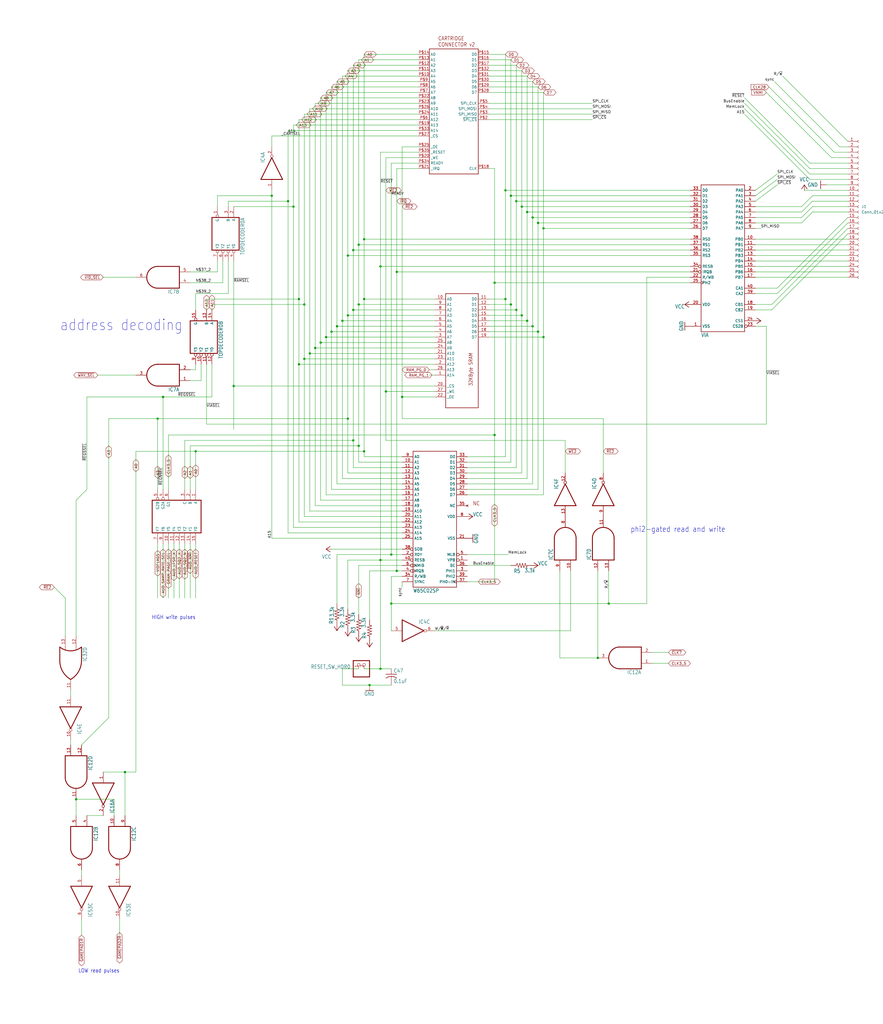
<source format=kicad_sch>
(kicad_sch (version 20231120) (generator "eeschema") (generator_version "8.0")
  (paper "User" 412.699 478.282)
  (lib_symbols
    (symbol "Connector:Conn_01x26_Socket" (pin_names (offset 1.016) hide)
      (property "Reference" "J" (at 0 33.02 0))
      (property "Value" "Conn_01x26_Socket" (at 0 -35.56 0))
      (symbol "Conn_01x26_Socket_1_1"
        (pin passive line (at -5.08 30.48 0) (length 3.81) (name "Pin_1") (number "1"))
        (pin passive line (at -5.08 7.62 0) (length 3.81) (name "Pin_10") (number "10"))
        (pin passive line (at -5.08 5.08 0) (length 3.81) (name "Pin_11") (number "11"))
        (pin passive line (at -5.08 2.54 0) (length 3.81) (name "Pin_12") (number "12"))
        (pin passive line (at -5.08 0 0) (length 3.81) (name "Pin_13") (number "13"))
        (pin passive line (at -5.08 -2.54 0) (length 3.81) (name "Pin_14") (number "14"))
        (pin passive line (at -5.08 -5.08 0) (length 3.81) (name "Pin_15") (number "15"))
        (pin passive line (at -5.08 -7.62 0) (length 3.81) (name "Pin_16") (number "16"))
        (pin passive line (at -5.08 -10.16 0) (length 3.81) (name "Pin_17") (number "17"))
        (pin passive line (at -5.08 -12.7 0) (length 3.81) (name "Pin_18") (number "18"))
        (pin passive line (at -5.08 -15.24 0) (length 3.81) (name "Pin_19") (number "19"))
        (pin passive line (at -5.08 27.94 0) (length 3.81) (name "Pin_2") (number "2"))
        (pin passive line (at -5.08 -17.78 0) (length 3.81) (name "Pin_20") (number "20"))
        (pin passive line (at -5.08 -20.32 0) (length 3.81) (name "Pin_21") (number "21"))
        (pin passive line (at -5.08 -22.86 0) (length 3.81) (name "Pin_22") (number "22"))
        (pin passive line (at -5.08 -25.4 0) (length 3.81) (name "Pin_23") (number "23"))
        (pin passive line (at -5.08 -27.94 0) (length 3.81) (name "Pin_24") (number "24"))
        (pin passive line (at -5.08 -30.48 0) (length 3.81) (name "Pin_25") (number "25"))
        (pin passive line (at -5.08 -33.02 0) (length 3.81) (name "Pin_26") (number "26"))
        (pin passive line (at -5.08 25.4 0) (length 3.81) (name "Pin_3") (number "3"))
        (pin passive line (at -5.08 22.86 0) (length 3.81) (name "Pin_4") (number "4"))
        (pin passive line (at -5.08 20.32 0) (length 3.81) (name "Pin_5") (number "5"))
        (pin passive line (at -5.08 17.78 0) (length 3.81) (name "Pin_6") (number "6"))
        (pin passive line (at -5.08 15.24 0) (length 3.81) (name "Pin_7") (number "7"))
        (pin passive line (at -5.08 12.7 0) (length 3.81) (name "Pin_8") (number "8"))
        (pin passive line (at -5.08 10.16 0) (length 3.81) (name "Pin_9") (number "9"))
      )
    )
    (symbol "cpu-blitter-inputs-eagle-import:7404N"
      (property "Reference" "IC" (at -0.635 -0.635 0))
      (symbol "7404N_1_0"
        (pin input line (at -10.16 0 0) (length 5.08) (name "I") (number "1"))
        (pin output inverted (at 10.16 0 180) (length 5.08) (name "O") (number "2"))
      )
      (symbol "7404N_2_0"
        (pin input line (at -10.16 0 0) (length 5.08) (name "I") (number "3"))
        (pin output inverted (at 10.16 0 180) (length 5.08) (name "O") (number "4"))
      )
      (symbol "7404N_3_0"
        (pin input line (at -10.16 0 0) (length 5.08) (name "I") (number "5"))
        (pin output inverted (at 10.16 0 180) (length 5.08) (name "O") (number "6"))
      )
      (symbol "7404N_4_0"
        (pin output inverted (at 10.16 0 180) (length 5.08) (name "O") (number "8"))
        (pin input line (at -10.16 0 0) (length 5.08) (name "I") (number "9"))
      )
      (symbol "7404N_5_0"
        (pin output inverted (at 10.16 0 180) (length 5.08) (name "O") (number "10"))
        (pin input line (at -10.16 0 0) (length 5.08) (name "I") (number "11"))
      )
      (symbol "7404N_6_0"
        (pin output inverted (at 10.16 0 180) (length 5.08) (name "O") (number "12"))
        (pin input line (at -10.16 0 0) (length 5.08) (name "I") (number "13"))
      )
      (symbol "7404N_7_0"
        (text "GND" (at 1.905 -7.62 900) (effects (font (size 1.27 1.0795)) (justify left bottom)))
        (text "VCC" (at 1.905 5.08 900) (effects (font (size 1.27 1.0795)) (justify left bottom)))
        (pin power_in line (at 0 10.16 270) (length 7.62) (name "VCC") (number "14"))
        (pin power_in line (at 0 -10.16 90) (length 7.62) (name "GND") (number "7"))
      )
    )
    (symbol "cpu-blitter-inputs-eagle-import:7408N"
      (property "Reference" "IC" (at -0.635 -0.635 0))
      (symbol "7408N_1_0"
        (pin input line (at -12.7 2.54 0) (length 5.08) (name "I0") (number "1"))
        (pin input line (at -12.7 -2.54 0) (length 5.08) (name "I1") (number "2"))
        (pin output line (at 12.7 0 180) (length 5.08) (name "O") (number "3"))
      )
      (symbol "7408N_2_0"
        (pin input line (at -12.7 2.54 0) (length 5.08) (name "I0") (number "4"))
        (pin input line (at -12.7 -2.54 0) (length 5.08) (name "I1") (number "5"))
        (pin output line (at 12.7 0 180) (length 5.08) (name "O") (number "6"))
      )
      (symbol "7408N_3_0"
        (pin input line (at -12.7 -2.54 0) (length 5.08) (name "I1") (number "10"))
        (pin output line (at 12.7 0 180) (length 5.08) (name "O") (number "8"))
        (pin input line (at -12.7 2.54 0) (length 5.08) (name "I0") (number "9"))
      )
      (symbol "7408N_4_0"
        (pin output line (at 12.7 0 180) (length 5.08) (name "O") (number "11"))
        (pin input line (at -12.7 2.54 0) (length 5.08) (name "I0") (number "12"))
        (pin input line (at -12.7 -2.54 0) (length 5.08) (name "I1") (number "13"))
      )
      (symbol "7408N_5_0"
        (text "GND" (at 1.905 -7.62 900) (effects (font (size 1.27 1.0795)) (justify left bottom)))
        (text "VCC" (at 1.905 5.08 900) (effects (font (size 1.27 1.0795)) (justify left bottom)))
        (pin power_in line (at 0 10.16 270) (length 7.62) (name "VCC") (number "14"))
        (pin power_in line (at 0 -10.16 90) (length 7.62) (name "GND") (number "7"))
      )
    )
    (symbol "cpu-blitter-inputs-eagle-import:74139N"
      (property "Reference" "IC" (at -0.635 -0.635 0))
      (symbol "74139N_1_0"
        (pin input inverted (at -12.7 -5.08 0) (length 5.08) (name "G") (number "1"))
        (pin input line (at -12.7 2.54 0) (length 5.08) (name "A") (number "2"))
        (pin input line (at -12.7 0 0) (length 5.08) (name "B") (number "3"))
        (pin output inverted (at 12.7 2.54 180) (length 5.08) (name "Y0") (number "4"))
        (pin output inverted (at 12.7 0 180) (length 5.08) (name "Y1") (number "5"))
        (pin output inverted (at 12.7 -2.54 180) (length 5.08) (name "Y2") (number "6"))
        (pin output inverted (at 12.7 -5.08 180) (length 5.08) (name "Y3") (number "7"))
      )
      (symbol "74139N_2_0"
        (pin output inverted (at 12.7 -2.54 180) (length 5.08) (name "Y2") (number "10"))
        (pin output inverted (at 12.7 0 180) (length 5.08) (name "Y1") (number "11"))
        (pin output inverted (at 12.7 2.54 180) (length 5.08) (name "Y0") (number "12"))
        (pin input line (at -12.7 0 0) (length 5.08) (name "B") (number "13"))
        (pin input line (at -12.7 2.54 0) (length 5.08) (name "A") (number "14"))
        (pin input inverted (at -12.7 -5.08 0) (length 5.08) (name "G") (number "15"))
        (pin output inverted (at 12.7 -5.08 180) (length 5.08) (name "Y3") (number "9"))
      )
      (symbol "74139N_3_0"
        (text "GND" (at 1.905 -7.62 900) (effects (font (size 1.27 1.0795)) (justify left bottom)))
        (text "VCC" (at 1.905 5.08 900) (effects (font (size 1.27 1.0795)) (justify left bottom)))
        (pin power_in line (at 0 10.16 270) (length 7.62) (name "VCC") (number "16"))
        (pin power_in line (at 0 -10.16 90) (length 7.62) (name "GND") (number "8"))
      )
    )
    (symbol "cpu-blitter-inputs-eagle-import:7432N"
      (property "Reference" "IC" (at -0.635 -0.635 0))
      (symbol "7432N_1_0"
        (pin input line (at -12.7 2.54 0) (length 5.08) (name "I0") (number "1"))
        (pin input line (at -12.7 -2.54 0) (length 5.08) (name "I1") (number "2"))
        (pin output line (at 12.7 0 180) (length 5.08) (name "O") (number "3"))
      )
      (symbol "7432N_2_0"
        (pin input line (at -12.7 2.54 0) (length 5.08) (name "I0") (number "4"))
        (pin input line (at -12.7 -2.54 0) (length 5.08) (name "I1") (number "5"))
        (pin output line (at 12.7 0 180) (length 5.08) (name "O") (number "6"))
      )
      (symbol "7432N_3_0"
        (pin input line (at -12.7 -2.54 0) (length 5.08) (name "I1") (number "10"))
        (pin output line (at 12.7 0 180) (length 5.08) (name "O") (number "8"))
        (pin input line (at -12.7 2.54 0) (length 5.08) (name "I0") (number "9"))
      )
      (symbol "7432N_4_0"
        (pin output line (at 12.7 0 180) (length 5.08) (name "O") (number "11"))
        (pin input line (at -12.7 2.54 0) (length 5.08) (name "I0") (number "12"))
        (pin input line (at -12.7 -2.54 0) (length 5.08) (name "I1") (number "13"))
      )
      (symbol "7432N_5_0"
        (text "GND" (at 1.905 -7.62 900) (effects (font (size 1.27 1.0795)) (justify left bottom)))
        (text "VCC" (at 1.905 5.08 900) (effects (font (size 1.27 1.0795)) (justify left bottom)))
        (pin power_in line (at 0 10.16 270) (length 7.62) (name "VCC") (number "14"))
        (pin power_in line (at 0 -10.16 90) (length 7.62) (name "GND") (number "7"))
      )
    )
    (symbol "cpu-blitter-inputs-eagle-import:74HC238"
      (symbol "74HC238_1_0"
        (pin power_in line (at 0 12.7 270) (length 5.08) (name "VCC") (number "16"))
        (pin power_in line (at 0 -10.16 90) (length 5.08) (name "GND") (number "8"))
      )
      (symbol "74HC238_2_0"
        (pin input line (at -15.24 7.62 0) (length 5.08) (name "A") (number "1"))
        (pin output line (at 10.16 -5.08 180) (length 5.08) (name "Y5") (number "10"))
        (pin output line (at 10.16 -2.54 180) (length 5.08) (name "Y4") (number "11"))
        (pin output line (at 10.16 0 180) (length 5.08) (name "Y3") (number "12"))
        (pin output line (at 10.16 2.54 180) (length 5.08) (name "Y2") (number "13"))
        (pin output line (at 10.16 5.08 180) (length 5.08) (name "Y1") (number "14"))
        (pin output line (at 10.16 7.62 180) (length 5.08) (name "Y0") (number "15"))
        (pin input line (at -15.24 5.08 0) (length 5.08) (name "B") (number "2"))
        (pin input line (at -15.24 2.54 0) (length 5.08) (name "C") (number "3"))
        (pin input inverted (at -15.24 -7.62 0) (length 5.08) (name "G2A") (number "4"))
        (pin input inverted (at -15.24 -10.16 0) (length 5.08) (name "G2B") (number "5"))
        (pin input line (at -15.24 -5.08 0) (length 5.08) (name "G1") (number "6"))
        (pin output line (at 10.16 -10.16 180) (length 5.08) (name "Y7") (number "7"))
        (pin output line (at 10.16 -7.62 180) (length 5.08) (name "Y6") (number "9"))
      )
    )
    (symbol "cpu-blitter-inputs-eagle-import:C-US025-024X044"
      (property "Reference" "C" (at 1.016 0.635 0))
      (symbol "C-US025-024X044_1_0"
        (pin passive line (at 0 2.54 270) (length 2.54) (name "1") (number "1"))
        (pin passive line (at 0 -5.08 90) (length 2.54) (name "2") (number "2"))
      )
    )
    (symbol "cpu-blitter-inputs-eagle-import:G65SC22P"
      (symbol "G65SC22P_1_0"
        (pin power_in line (at -15.24 -38.1 0) (length 5.08) (name "VSS") (number "1"))
        (pin bidirectional line (at 15.24 2.54 180) (length 5.08) (name "PB0") (number "10"))
        (pin bidirectional line (at 15.24 0 180) (length 5.08) (name "PB1") (number "11"))
        (pin bidirectional line (at 15.24 -2.54 180) (length 5.08) (name "PB2") (number "12"))
        (pin bidirectional line (at 15.24 -5.08 180) (length 5.08) (name "PB3") (number "13"))
        (pin bidirectional line (at 15.24 -7.62 180) (length 5.08) (name "PB4") (number "14"))
        (pin bidirectional line (at 15.24 -10.16 180) (length 5.08) (name "PB5") (number "15"))
        (pin bidirectional line (at 15.24 -12.7 180) (length 5.08) (name "PB6") (number "16"))
        (pin bidirectional line (at 15.24 -15.24 180) (length 5.08) (name "PB7") (number "17"))
        (pin bidirectional line (at 15.24 -27.94 180) (length 5.08) (name "CB1") (number "18"))
        (pin bidirectional line (at 15.24 -30.48 180) (length 5.08) (name "CB2") (number "19"))
        (pin bidirectional line (at 15.24 25.4 180) (length 5.08) (name "PA0") (number "2"))
        (pin power_in line (at -15.24 -27.94 0) (length 5.08) (name "VDD") (number "20"))
        (pin output inverted (at -15.24 -12.7 0) (length 5.08) (name "IRQB") (number "21"))
        (pin input line (at -15.24 -15.24 0) (length 5.08) (name "R/WB") (number "22"))
        (pin input inverted (at 15.24 -38.1 180) (length 5.08) (name "CS2B") (number "23"))
        (pin input line (at 15.24 -35.56 180) (length 5.08) (name "CS1") (number "24"))
        (pin input clock (at -15.24 -17.78 0) (length 5.08) (name "PH2") (number "25"))
        (pin bidirectional line (at -15.24 7.62 0) (length 5.08) (name "D7") (number "26"))
        (pin bidirectional line (at -15.24 10.16 0) (length 5.08) (name "D6") (number "27"))
        (pin bidirectional line (at -15.24 12.7 0) (length 5.08) (name "D5") (number "28"))
        (pin bidirectional line (at -15.24 15.24 0) (length 5.08) (name "D4") (number "29"))
        (pin bidirectional line (at 15.24 22.86 180) (length 5.08) (name "PA1") (number "3"))
        (pin bidirectional line (at -15.24 17.78 0) (length 5.08) (name "D3") (number "30"))
        (pin bidirectional line (at -15.24 20.32 0) (length 5.08) (name "D2") (number "31"))
        (pin bidirectional line (at -15.24 22.86 0) (length 5.08) (name "D1") (number "32"))
        (pin bidirectional line (at -15.24 25.4 0) (length 5.08) (name "D0") (number "33"))
        (pin input inverted (at -15.24 -10.16 0) (length 5.08) (name "RESB") (number "34"))
        (pin input line (at -15.24 -5.08 0) (length 5.08) (name "RS3") (number "35"))
        (pin input line (at -15.24 -2.54 0) (length 5.08) (name "RS2") (number "36"))
        (pin input line (at -15.24 0 0) (length 5.08) (name "RS1") (number "37"))
        (pin input line (at -15.24 2.54 0) (length 5.08) (name "RS0") (number "38"))
        (pin bidirectional line (at 15.24 -22.86 180) (length 5.08) (name "CA2") (number "39"))
        (pin bidirectional line (at 15.24 20.32 180) (length 5.08) (name "PA2") (number "4"))
        (pin bidirectional line (at 15.24 -20.32 180) (length 5.08) (name "CA1") (number "40"))
        (pin bidirectional line (at 15.24 17.78 180) (length 5.08) (name "PA3") (number "5"))
        (pin bidirectional line (at 15.24 15.24 180) (length 5.08) (name "PA4") (number "6"))
        (pin bidirectional line (at 15.24 12.7 180) (length 5.08) (name "PA5") (number "7"))
        (pin bidirectional line (at 15.24 10.16 180) (length 5.08) (name "PA6") (number "8"))
        (pin bidirectional line (at 15.24 7.62 180) (length 5.08) (name "PA7") (number "9"))
      )
    )
    (symbol "cpu-blitter-inputs-eagle-import:GND" (power)
      (property "Value" "GND" (at -2.54 -2.54 0))
      (symbol "GND_1_0"
        (pin power_in line (at 0 2.54 270) (length 2.54) (name "GND") (number "1"))
      )
    )
    (symbol "cpu-blitter-inputs-eagle-import:GT_CART3GT_SLOT"
      (symbol "GT_CART3GT_SLOT_1_0"
        (pin power_in line (at 0 12.7 270) (length 5.08) (name "VCC") (number "P$1"))
        (pin power_in line (at 0 -10.16 90) (length 5.08) (name "GND") (number "P$36"))
      )
      (symbol "GT_CART3GT_SLOT_2_0"
        (text "CARTRIDGE\nCONNECTOR v2" (at -6.096 23.876 0) (effects (font (size 1.778 1.5113)) (justify left bottom)))
        (pin bidirectional line (at -15.24 10.16 0) (length 5.08) (name "A4") (number "P$10"))
        (pin bidirectional line (at -15.24 12.7 0) (length 5.08) (name "A3") (number "P$11"))
        (pin bidirectional line (at -15.24 15.24 0) (length 5.08) (name "A2") (number "P$12"))
        (pin bidirectional line (at -15.24 17.78 0) (length 5.08) (name "A1") (number "P$13"))
        (pin bidirectional line (at -15.24 20.32 0) (length 5.08) (name "A0") (number "P$14"))
        (pin bidirectional line (at 17.78 20.32 180) (length 5.08) (name "D0") (number "P$15"))
        (pin bidirectional line (at 17.78 17.78 180) (length 5.08) (name "D1") (number "P$16"))
        (pin bidirectional line (at 17.78 15.24 180) (length 5.08) (name "D2") (number "P$17"))
        (pin bidirectional line (at 17.78 -33.02 180) (length 5.08) (name "CLK") (number "P$18"))
        (pin bidirectional line (at -15.24 -12.7 0) (length 5.08) (name "A13") (number "P$19"))
        (pin bidirectional line (at 17.78 -10.16 180) (length 5.08) (name "~{SPI_CS}") (number "P$2"))
        (pin bidirectional line (at -15.24 -27.94 0) (length 5.08) (name "_WE") (number "P$20"))
        (pin bidirectional line (at -15.24 -33.02 0) (length 5.08) (name "_IRQ") (number "P$21"))
        (pin bidirectional line (at -15.24 0 0) (length 5.08) (name "A8") (number "P$22"))
        (pin bidirectional line (at -15.24 -2.54 0) (length 5.08) (name "A9") (number "P$23"))
        (pin bidirectional line (at -15.24 -7.62 0) (length 5.08) (name "A11") (number "P$24"))
        (pin bidirectional line (at -15.24 -22.86 0) (length 5.08) (name "_OE") (number "P$25"))
        (pin bidirectional line (at -15.24 -5.08 0) (length 5.08) (name "A10") (number "P$26"))
        (pin bidirectional line (at -15.24 -17.78 0) (length 5.08) (name "_CS") (number "P$27"))
        (pin bidirectional line (at 17.78 2.54 180) (length 5.08) (name "D7") (number "P$28"))
        (pin bidirectional line (at 17.78 5.08 180) (length 5.08) (name "D6") (number "P$29"))
        (pin bidirectional line (at 17.78 -7.62 180) (length 5.08) (name "SPI_MISO") (number "P$3"))
        (pin bidirectional line (at 17.78 7.62 180) (length 5.08) (name "D5") (number "P$30"))
        (pin bidirectional line (at 17.78 10.16 180) (length 5.08) (name "D4") (number "P$31"))
        (pin bidirectional line (at 17.78 12.7 180) (length 5.08) (name "D3") (number "P$32"))
        (pin bidirectional line (at -15.24 -15.24 0) (length 5.08) (name "A14") (number "P$33"))
        (pin bidirectional line (at -15.24 -30.48 0) (length 5.08) (name "READY") (number "P$34"))
        (pin bidirectional line (at -15.24 -25.4 0) (length 5.08) (name "_RESET") (number "P$35"))
        (pin bidirectional line (at 17.78 -5.08 180) (length 5.08) (name "SPI_MOSI") (number "P$4"))
        (pin bidirectional line (at 17.78 -2.54 180) (length 5.08) (name "SPI_CLK") (number "P$5"))
        (pin bidirectional line (at -15.24 -10.16 0) (length 5.08) (name "A12") (number "P$6"))
        (pin bidirectional line (at -15.24 2.54 0) (length 5.08) (name "A7") (number "P$7"))
        (pin bidirectional line (at -15.24 5.08 0) (length 5.08) (name "A6") (number "P$8"))
        (pin bidirectional line (at -15.24 7.62 0) (length 5.08) (name "A5") (number "P$9"))
      )
    )
    (symbol "cpu-blitter-inputs-eagle-import:PINHD-1X2"
      (property "Reference" "JP" (at -6.35 5.715 0))
      (symbol "PINHD-1X2_1_0"
        (pin passive inverted (at -2.54 2.54 0) (length 2.54) (name "1") (number "1"))
        (pin passive inverted (at -2.54 0 0) (length 2.54) (name "2") (number "2"))
      )
    )
    (symbol "cpu-blitter-inputs-eagle-import:R-US_0207/10"
      (property "Reference" "R" (at -3.81 1.4986 0))
      (symbol "R-US_0207/10_1_0"
        (pin passive line (at -5.08 0 0) (length 2.54) (name "1") (number "1"))
        (pin passive line (at 5.08 0 180) (length 2.54) (name "2") (number "2"))
      )
    )
    (symbol "cpu-blitter-inputs-eagle-import:SRAM_32K"
      (symbol "SRAM_32K_1_0"
        (text "32KByte SRAM" (at 5.08 -17.78 900) (effects (font (size 1.6764 1.4249)) (justify left bottom)))
        (pin bidirectional line (at -12.7 -12.7 0) (length 5.08) (name "A14") (number "1"))
        (pin bidirectional line (at -12.7 22.86 0) (length 5.08) (name "A0") (number "10"))
        (pin bidirectional line (at 12.7 22.86 180) (length 5.08) (name "D0") (number "11"))
        (pin bidirectional line (at 12.7 20.32 180) (length 5.08) (name "D1") (number "12"))
        (pin bidirectional line (at 12.7 17.78 180) (length 5.08) (name "D2") (number "13"))
        (pin bidirectional line (at 12.7 15.24 180) (length 5.08) (name "D3") (number "15"))
        (pin bidirectional line (at 12.7 12.7 180) (length 5.08) (name "D4") (number "16"))
        (pin bidirectional line (at 12.7 10.16 180) (length 5.08) (name "D5") (number "17"))
        (pin bidirectional line (at 12.7 7.62 180) (length 5.08) (name "D6") (number "18"))
        (pin bidirectional line (at 12.7 5.08 180) (length 5.08) (name "D7") (number "19"))
        (pin bidirectional line (at -12.7 -7.62 0) (length 5.08) (name "A12") (number "2"))
        (pin bidirectional line (at -12.7 -17.78 0) (length 5.08) (name "_CS") (number "20"))
        (pin bidirectional line (at -12.7 -2.54 0) (length 5.08) (name "A10") (number "21"))
        (pin bidirectional line (at -12.7 -22.86 0) (length 5.08) (name "_OE") (number "22"))
        (pin bidirectional line (at -12.7 -5.08 0) (length 5.08) (name "A11") (number "23"))
        (pin bidirectional line (at -12.7 0 0) (length 5.08) (name "A9") (number "24"))
        (pin bidirectional line (at -12.7 2.54 0) (length 5.08) (name "A8") (number "25"))
        (pin bidirectional line (at -12.7 -10.16 0) (length 5.08) (name "A13") (number "26"))
        (pin bidirectional line (at -12.7 -20.32 0) (length 5.08) (name "_WE") (number "27"))
        (pin bidirectional line (at -12.7 5.08 0) (length 5.08) (name "A7") (number "3"))
        (pin bidirectional line (at -12.7 7.62 0) (length 5.08) (name "A6") (number "4"))
        (pin bidirectional line (at -12.7 10.16 0) (length 5.08) (name "A5") (number "5"))
        (pin bidirectional line (at -12.7 12.7 0) (length 5.08) (name "A4") (number "6"))
        (pin bidirectional line (at -12.7 15.24 0) (length 5.08) (name "A3") (number "7"))
        (pin bidirectional line (at -12.7 17.78 0) (length 5.08) (name "A2") (number "8"))
        (pin bidirectional line (at -12.7 20.32 0) (length 5.08) (name "A1") (number "9"))
      )
      (symbol "SRAM_32K_2_0"
        (pin power_in line (at 0 -10.16 90) (length 5.08) (name "GND") (number "14"))
        (pin power_in line (at 0 12.7 270) (length 5.08) (name "VCC") (number "28"))
      )
    )
    (symbol "cpu-blitter-inputs-eagle-import:VCC" (power)
      (property "Value" "VCC" (at -2.54 -2.54 90))
      (symbol "VCC_1_0"
        (pin power_in line (at 0 -2.54 90) (length 2.54) (name "VCC") (number "1"))
      )
    )
    (symbol "cpu-blitter-inputs-eagle-import:W65C02SP"
      (symbol "W65C02SP_1_0"
        (text "NC" (at 17.78 0 0) (effects (font (size 1.778 1.5113)) (justify left bottom)))
        (pin output inverted (at 15.24 -25.4 180) (length 5.08) (name "VPB") (number "1"))
        (pin bidirectional line (at -15.24 20.32 0) (length 5.08) (name "A1") (number "10"))
        (pin bidirectional line (at -15.24 17.78 0) (length 5.08) (name "A2") (number "11"))
        (pin bidirectional line (at -15.24 15.24 0) (length 5.08) (name "A3") (number "12"))
        (pin bidirectional line (at -15.24 12.7 0) (length 5.08) (name "A4") (number "13"))
        (pin bidirectional line (at -15.24 10.16 0) (length 5.08) (name "A5") (number "14"))
        (pin bidirectional line (at -15.24 7.62 0) (length 5.08) (name "A6") (number "15"))
        (pin bidirectional line (at -15.24 5.08 0) (length 5.08) (name "A7") (number "16"))
        (pin bidirectional line (at -15.24 2.54 0) (length 5.08) (name "A8") (number "17"))
        (pin bidirectional line (at -15.24 0 0) (length 5.08) (name "A9") (number "18"))
        (pin bidirectional line (at -15.24 -2.54 0) (length 5.08) (name "A10") (number "19"))
        (pin bidirectional inverted (at -15.24 -22.86 0) (length 5.08) (name "RDY") (number "2"))
        (pin bidirectional line (at -15.24 -5.08 0) (length 5.08) (name "A11") (number "20"))
        (pin power_in line (at 15.24 -15.24 180) (length 5.08) (name "VSS") (number "21"))
        (pin bidirectional line (at -15.24 -7.62 0) (length 5.08) (name "A12") (number "22"))
        (pin bidirectional line (at -15.24 -10.16 0) (length 5.08) (name "A13") (number "23"))
        (pin bidirectional line (at -15.24 -12.7 0) (length 5.08) (name "A14") (number "24"))
        (pin bidirectional line (at -15.24 -15.24 0) (length 5.08) (name "A15") (number "25"))
        (pin bidirectional line (at 15.24 5.08 180) (length 5.08) (name "D7") (number "26"))
        (pin bidirectional line (at 15.24 7.62 180) (length 5.08) (name "D6") (number "27"))
        (pin bidirectional line (at 15.24 10.16 180) (length 5.08) (name "D5") (number "28"))
        (pin bidirectional line (at 15.24 12.7 180) (length 5.08) (name "D4") (number "29"))
        (pin output line (at 15.24 -30.48 180) (length 5.08) (name "PHI1") (number "3"))
        (pin bidirectional line (at 15.24 15.24 180) (length 5.08) (name "D3") (number "30"))
        (pin bidirectional line (at 15.24 17.78 180) (length 5.08) (name "D2") (number "31"))
        (pin bidirectional line (at 15.24 20.32 180) (length 5.08) (name "D1") (number "32"))
        (pin bidirectional line (at 15.24 22.86 180) (length 5.08) (name "D0") (number "33"))
        (pin output line (at -15.24 -33.02 0) (length 5.08) (name "R/WB") (number "34"))
        (pin no_connect line (at 15.24 0 180) (length 5.08) (name "NC") (number "35"))
        (pin input line (at 15.24 -27.94 180) (length 5.08) (name "BE") (number "36"))
        (pin input clock (at 15.24 -35.56 180) (length 5.08) (name "PH0-IN") (number "37"))
        (pin input inverted (at -15.24 -20.32 0) (length 5.08) (name "SOB") (number "38"))
        (pin output line (at 15.24 -33.02 180) (length 5.08) (name "PHI2") (number "39"))
        (pin input inverted_clock (at -15.24 -30.48 0) (length 5.08) (name "IRQB") (number "4"))
        (pin input inverted (at -15.24 -25.4 0) (length 5.08) (name "RESB") (number "40"))
        (pin output inverted (at 15.24 -22.86 180) (length 5.08) (name "MLB") (number "5"))
        (pin input inverted_clock (at -15.24 -27.94 0) (length 5.08) (name "NMIB") (number "6"))
        (pin output line (at -15.24 -35.56 0) (length 5.08) (name "SYNC") (number "7"))
        (pin power_in line (at 15.24 -5.08 180) (length 5.08) (name "VDD") (number "8"))
        (pin bidirectional line (at -15.24 22.86 0) (length 5.08) (name "A0") (number "9"))
      )
    )
  )
  (junction (at 154.94 154.94))
  (junction (at 76.2 185.42))
  (junction (at 162.56 147.32))
  (junction (at 236.22 88.9))
  (junction (at 231.14 203.2))
  (junction (at 177.8 312.42))
  (junction (at 73.66 195.58))
  (junction (at 152.4 157.48))
  (junction (at 279.4 307.34))
  (junction (at 91.44 210.82))
  (junction (at 142.24 167.64))
  (junction (at 139.7 139.7))
  (junction (at 170.18 139.7))
  (junction (at 185.42 266.7))
  (junction (at 170.18 111.76))
  (junction (at 248.92 101.6))
  (junction (at 144.78 165.1))
  (junction (at 241.3 93.98))
  (junction (at 254 106.68))
  (junction (at 157.48 152.4))
  (junction (at 248.92 152.4))
  (junction (at 35.56 373.38))
  (junction (at 58.42 360.68))
  (junction (at 177.8 124.46))
  (junction (at 251.46 154.94))
  (junction (at 185.42 127))
  (junction (at 236.22 139.7))
  (junction (at 162.56 195.58))
  (junction (at 170.18 210.82))
  (junction (at 172.72 320.04))
  (junction (at 231.14 132.08))
  (junction (at 142.24 142.24))
  (junction (at 165.1 144.78))
  (junction (at 284.48 281.94))
  (junction (at 167.64 142.24))
  (junction (at 127 91.44))
  (junction (at 182.88 259.08))
  (junction (at 187.96 185.42))
  (junction (at 238.76 142.24))
  (junction (at 180.34 182.88))
  (junction (at 147.32 162.56))
  (junction (at 137.16 96.52))
  (junction (at 251.46 104.14))
  (junction (at 167.64 114.3))
  (junction (at 246.38 99.06))
  (junction (at 162.56 119.38))
  (junction (at 167.64 208.28))
  (junction (at 182.88 281.94))
  (junction (at 254 157.48))
  (junction (at 241.3 144.78))
  (junction (at 149.86 160.02))
  (junction (at 238.76 91.44))
  (junction (at 243.84 147.32))
  (junction (at 246.38 149.86))
  (junction (at 109.22 180.34))
  (junction (at 243.84 96.52))
  (junction (at 165.1 116.84))
  (junction (at 160.02 149.86))
  (junction (at 177.8 261.62))
  (junction (at 134.62 93.98))
  (junction (at 139.7 170.18))
  (junction (at 165.1 205.74))
  (wire (pts (xy 248.92 101.6) (xy 248.92 152.4)) (stroke (width 0.1524)))
  (wire (pts (xy 91.44 228.6) (xy 91.44 210.82)) (stroke (width 0.1524)))
  (wire (pts (xy 144.78 165.1) (xy 144.78 238.76)) (stroke (width 0.1524)))
  (wire (pts (xy 187.96 266.7) (xy 185.42 266.7)) (stroke (width 0.1524)))
  (wire (pts (xy 203.2 294.64) (xy 266.7 294.64)) (stroke (width 0.1524)))
  (wire (pts (xy 203.2 172.72) (xy 200.66 172.72)) (stroke (width 0.1524)))
  (wire (pts (xy 88.9 208.28) (xy 167.64 208.28)) (stroke (width 0.1524)))
  (wire (pts (xy 203.2 152.4) (xy 157.48 152.4)) (stroke (width 0.1524)))
  (wire (pts (xy 322.58 99.06) (xy 246.38 99.06)) (stroke (width 0.1524)))
  (wire (pts (xy 182.88 259.08) (xy 182.88 76.2)) (stroke (width 0.1524)))
  (wire (pts (xy 86.36 228.6) (xy 86.36 205.74)) (stroke (width 0.1524)))
  (wire (pts (xy 78.74 228.6) (xy 78.74 203.2)) (stroke (width 0.1524)))
  (wire (pts (xy 363.22 86.36) (xy 353.06 93.98)) (stroke (width 0.1524)))
  (wire (pts (xy 379.73 91.44) (xy 396.24 91.44)))
  (wire (pts (xy 203.2 182.88) (xy 180.34 182.88)) (stroke (width 0.1524)))
  (wire (pts (xy 35.56 373.38) (xy 35.56 381)) (stroke (width 0.1524)))
  (wire (pts (xy 243.84 96.52) (xy 243.84 147.32)) (stroke (width 0.1524)))
  (wire (pts (xy 33.02 322.58) (xy 33.02 325.12)) (stroke (width 0.1524)))
  (wire (pts (xy 88.9 279.4) (xy 88.9 254)) (stroke (width 0.1524)))
  (wire (pts (xy 172.72 266.7) (xy 172.72 289.56)) (stroke (width 0.1524)))
  (wire (pts (xy 170.18 312.42) (xy 177.8 312.42)) (stroke (width 0.1524)))
  (wire (pts (xy 281.94 195.58) (xy 281.94 220.98)) (stroke (width 0.1524)))
  (wire (pts (xy 238.76 27.94) (xy 238.76 91.44)) (stroke (width 0.1524)))
  (wire (pts (xy 228.6 43.18) (xy 254 43.18)) (stroke (width 0.1524)))
  (wire (pts (xy 353.06 142.24) (xy 360.68 142.24)))
  (wire (pts (xy 195.58 25.4) (xy 170.18 25.4)) (stroke (width 0.1524)))
  (wire (pts (xy 284.48 281.94) (xy 302.26 281.94)) (stroke (width 0.1524)))
  (wire (pts (xy 322.58 93.98) (xy 241.3 93.98)) (stroke (width 0.1524)))
  (wire (pts (xy 195.58 45.72) (xy 149.86 45.72)) (stroke (width 0.1524)))
  (wire (pts (xy 246.38 149.86) (xy 246.38 223.52)) (stroke (width 0.1524)))
  (wire (pts (xy 172.72 320.04) (xy 182.88 320.04)) (stroke (width 0.1524)))
  (wire (pts (xy 165.1 30.48) (xy 165.1 116.84)) (stroke (width 0.1524)))
  (wire (pts (xy 160.02 223.52) (xy 187.96 223.52)) (stroke (width 0.1524)))
  (wire (pts (xy 374.65 99.06) (xy 379.73 93.98)))
  (wire (pts (xy 322.58 116.84) (xy 165.1 116.84)) (stroke (width 0.1524)))
  (wire (pts (xy 182.88 269.24) (xy 187.96 269.24)) (stroke (width 0.1524)))
  (wire (pts (xy 91.44 137.16) (xy 106.68 137.16)) (stroke (width 0.1524)))
  (wire (pts (xy 347.98 50.8) (xy 378.46 81.28)))
  (wire (pts (xy 167.64 208.28) (xy 167.64 215.9)) (stroke (width 0.1524)))
  (wire (pts (xy 238.76 142.24) (xy 228.6 142.24)) (stroke (width 0.1524)))
  (wire (pts (xy 76.2 185.42) (xy 76.2 228.6)) (stroke (width 0.1524)))
  (wire (pts (xy 187.96 261.62) (xy 177.8 261.62)) (stroke (width 0.1524)))
  (wire (pts (xy 396.24 81.28) (xy 378.46 81.28)))
  (wire (pts (xy 353.06 129.54) (xy 396.24 129.54)))
  (wire (pts (xy 134.62 248.92) (xy 134.62 93.98)) (stroke (width 0.1524)))
  (wire (pts (xy 33.02 347.98) (xy 33.02 345.44)) (stroke (width 0.1524)))
  (wire (pts (xy 254 43.18) (xy 254 106.68)) (stroke (width 0.1524)))
  (wire (pts (xy 228.6 55.88) (xy 276.86 55.88)) (stroke (width 0.1524)))
  (wire (pts (xy 149.86 233.68) (xy 187.96 233.68)) (stroke (width 0.1524)))
  (wire (pts (xy 165.1 116.84) (xy 165.1 144.78)) (stroke (width 0.1524)))
  (wire (pts (xy 187.96 248.92) (xy 134.62 248.92)) (stroke (width 0.1524)))
  (wire (pts (xy 35.56 297.18) (xy 35.56 233.68)) (stroke (width 0.1524)))
  (wire (pts (xy 365.76 35.56) (xy 396.24 66.04)))
  (wire (pts (xy 218.44 213.36) (xy 236.22 213.36)) (stroke (width 0.1524)))
  (wire (pts (xy 195.58 55.88) (xy 139.7 55.88)) (stroke (width 0.1524)))
  (wire (pts (xy 38.1 429.26) (xy 38.1 436.88)) (stroke (width 0.1524)))
  (wire (pts (xy 73.66 195.58) (xy 162.56 195.58)) (stroke (width 0.1524)))
  (wire (pts (xy 157.48 226.06) (xy 187.96 226.06)) (stroke (width 0.1524)))
  (wire (pts (xy 203.2 142.24) (xy 167.64 142.24)) (stroke (width 0.1524)))
  (wire (pts (xy 182.88 294.64) (xy 182.88 281.94)) (stroke (width 0.1524)))
  (wire (pts (xy 165.1 218.44) (xy 187.96 218.44)) (stroke (width 0.1524)))
  (wire (pts (xy 238.76 215.9) (xy 238.76 142.24)) (stroke (width 0.1524)))
  (wire (pts (xy 374.65 104.14) (xy 379.73 99.06)))
  (wire (pts (xy 360.68 144.78) (xy 396.24 109.22)))
  (wire (pts (xy 322.58 127) (xy 185.42 127)) (stroke (width 0.1524)))
  (wire (pts (xy 322.58 119.38) (xy 162.56 119.38)) (stroke (width 0.1524)))
  (wire (pts (xy 236.22 88.9) (xy 236.22 139.7)) (stroke (width 0.1524)))
  (wire (pts (xy 137.16 246.38) (xy 187.96 246.38)) (stroke (width 0.1524)))
  (wire (pts (xy 236.22 139.7) (xy 228.6 139.7)) (stroke (width 0.1524)))
  (wire (pts (xy 144.78 238.76) (xy 187.96 238.76)) (stroke (width 0.1524)))
  (wire (pts (xy 76.2 279.4) (xy 76.2 254)) (stroke (width 0.1524)))
  (wire (pts (xy 157.48 281.94) (xy 157.48 259.08)) (stroke (width 0.1524)))
  (wire (pts (xy 177.8 124.46) (xy 177.8 71.12)) (stroke (width 0.1524)))
  (wire (pts (xy 137.16 96.52) (xy 137.16 246.38)) (stroke (width 0.1524)))
  (wire (pts (xy 246.38 35.56) (xy 246.38 99.06)) (stroke (width 0.1524)))
  (wire (pts (xy 203.2 149.86) (xy 160.02 149.86)) (stroke (width 0.1524)))
  (wire (pts (xy 203.2 157.48) (xy 152.4 157.48)) (stroke (width 0.1524)))
  (wire (pts (xy 147.32 162.56) (xy 147.32 236.22)) (stroke (width 0.1524)))
  (wire (pts (xy 162.56 261.62) (xy 162.56 284.48)) (stroke (width 0.1524)))
  (wire (pts (xy 35.56 233.68) (xy 40.64 228.6)) (stroke (width 0.1524)))
  (wire (pts (xy 353.06 127) (xy 396.24 127)))
  (wire (pts (xy 195.58 30.48) (xy 165.1 30.48)) (stroke (width 0.1524)))
  (wire (pts (xy 322.58 114.3) (xy 167.64 114.3)) (stroke (width 0.1524)))
  (wire (pts (xy 279.4 266.7) (xy 279.4 307.34)) (stroke (width 0.1524)))
  (wire (pts (xy 379.73 96.52) (xy 396.24 96.52)))
  (wire (pts (xy 96.52 144.78) (xy 96.52 139.7)) (stroke (width 0.1524)))
  (wire (pts (xy 203.2 147.32) (xy 162.56 147.32)) (stroke (width 0.1524)))
  (wire (pts (xy 154.94 40.64) (xy 154.94 154.94)) (stroke (width 0.1524)))
  (wire (pts (xy 228.6 38.1) (xy 248.92 38.1)) (stroke (width 0.1524)))
  (wire (pts (xy 236.22 25.4) (xy 236.22 88.9)) (stroke (width 0.1524)))
  (wire (pts (xy 88.9 177.8) (xy 93.98 177.8)) (stroke (width 0.1524)))
  (wire (pts (xy 152.4 43.18) (xy 152.4 157.48)) (stroke (width 0.1524)))
  (wire (pts (xy 127 88.9) (xy 127 91.44)) (stroke (width 0.1524)))
  (wire (pts (xy 86.36 254) (xy 86.36 279.4)) (stroke (width 0.1524)))
  (wire (pts (xy 228.6 154.94) (xy 251.46 154.94)) (stroke (width 0.1524)))
  (wire (pts (xy 38.1 406.4) (xy 38.1 408.94)) (stroke (width 0.1524)))
  (wire (pts (xy 355.6 106.68) (xy 353.06 106.68)) (stroke (width 0.1524)))
  (wire (pts (xy 251.46 154.94) (xy 251.46 228.6)) (stroke (width 0.1524)))
  (wire (pts (xy 236.22 213.36) (xy 236.22 139.7)) (stroke (width 0.1524)))
  (wire (pts (xy 160.02 149.86) (xy 160.02 223.52)) (stroke (width 0.1524)))
  (wire (pts (xy 358.14 152.4) (xy 353.06 152.4)) (stroke (width 0.1524)))
  (wire (pts (xy 322.58 91.44) (xy 238.76 91.44)) (stroke (width 0.1524)))
  (wire (pts (xy 127 251.46) (xy 187.96 251.46)) (stroke (width 0.1524)))
  (wire (pts (xy 195.58 43.18) (xy 152.4 43.18)) (stroke (width 0.1524)))
  (wire (pts (xy 195.58 38.1) (xy 157.48 38.1)) (stroke (width 0.1524)))
  (wire (pts (xy 185.42 78.74) (xy 195.58 78.74)) (stroke (width 0.1524)))
  (wire (pts (xy 109.22 121.92) (xy 109.22 180.34)) (stroke (width 0.1524)))
  (wire (pts (xy 88.9 228.6) (xy 88.9 208.28)) (stroke (width 0.1524)))
  (wire (pts (xy 203.2 185.42) (xy 187.96 185.42)) (stroke (width 0.1524)))
  (wire (pts (xy 228.6 149.86) (xy 246.38 149.86)) (stroke (width 0.1524)))
  (wire (pts (xy 347.98 45.72) (xy 378.46 76.2)))
  (wire (pts (xy 185.42 266.7) (xy 185.42 127)) (stroke (width 0.1524)))
  (wire (pts (xy 187.96 195.58) (xy 281.94 195.58)) (stroke (width 0.1524)))
  (wire (pts (xy 137.16 58.42) (xy 137.16 96.52)) (stroke (width 0.1524)))
  (wire (pts (xy 63.5 360.68) (xy 63.5 210.82)) (stroke (width 0.1524)))
  (wire (pts (xy 101.6 96.52) (xy 101.6 91.44)) (stroke (width 0.1524)))
  (wire (pts (xy 248.92 38.1) (xy 248.92 101.6)) (stroke (width 0.1524)))
  (wire (pts (xy 63.5 129.54) (xy 48.26 129.54)) (stroke (width 0.1524)))
  (wire (pts (xy 228.6 30.48) (xy 241.3 30.48)) (stroke (width 0.1524)))
  (wire (pts (xy 127 63.5) (xy 127 68.58)) (stroke (width 0.1524)))
  (wire (pts (xy 187.96 68.58) (xy 195.58 68.58)) (stroke (width 0.1524)))
  (wire (pts (xy 396.24 78.74) (xy 378.46 78.74)))
  (wire (pts (xy 379.73 93.98) (xy 396.24 93.98)))
  (wire (pts (xy 195.58 40.64) (xy 154.94 40.64)) (stroke (width 0.1524)))
  (wire (pts (xy 88.9 172.72) (xy 91.44 172.72)) (stroke (width 0.1524)))
  (wire (pts (xy 302.26 129.54) (xy 322.58 129.54)) (stroke (width 0.1524)))
  (wire (pts (xy 182.88 281.94) (xy 182.88 269.24)) (stroke (width 0.1524)))
  (wire (pts (xy 157.48 259.08) (xy 182.88 259.08)) (stroke (width 0.1524)))
  (wire (pts (xy 160.02 320.04) (xy 172.72 320.04)) (stroke (width 0.1524)))
  (wire (pts (xy 264.16 205.74) (xy 180.34 205.74)) (stroke (width 0.1524)))
  (wire (pts (xy 144.78 50.8) (xy 144.78 165.1)) (stroke (width 0.1524)))
  (wire (pts (xy 353.06 101.6) (xy 374.65 101.6)))
  (wire (pts (xy 30.48 279.4) (xy 25.4 274.32)) (stroke (width 0.1524)))
  (wire (pts (xy 379.73 99.06) (xy 396.24 99.06)))
  (wire (pts (xy 363.22 81.28) (xy 353.06 88.9)) (stroke (width 0.1524)))
  (wire (pts (xy 203.2 167.64) (xy 142.24 167.64)) (stroke (width 0.1524)))
  (wire (pts (xy 251.46 228.6) (xy 218.44 228.6)) (stroke (width 0.1524)))
  (wire (pts (xy 195.58 33.02) (xy 162.56 33.02)) (stroke (width 0.1524)))
  (wire (pts (xy 180.34 182.88) (xy 180.34 73.66)) (stroke (width 0.1524)))
  (wire (pts (xy 358.14 43.18) (xy 388.62 73.66)))
  (wire (pts (xy 99.06 170.18) (xy 99.06 185.42)) (stroke (width 0.1524)))
  (wire (pts (xy 177.8 261.62) (xy 177.8 312.42)) (stroke (width 0.1524)))
  (wire (pts (xy 228.6 35.56) (xy 246.38 35.56)) (stroke (width 0.1524)))
  (wire (pts (xy 218.44 259.08) (xy 237.49 259.08)))
  (wire (pts (xy 167.64 264.16) (xy 167.64 287.02)) (stroke (width 0.1524)))
  (wire (pts (xy 55.88 429.26) (xy 55.88 436.88)) (stroke (width 0.1524)))
  (wire (pts (xy 203.2 175.26) (xy 200.66 175.26)) (stroke (width 0.1524)))
  (wire (pts (xy 322.58 111.76) (xy 170.18 111.76)) (stroke (width 0.1524)))
  (wire (pts (xy 228.6 157.48) (xy 254 157.48)) (stroke (width 0.1524)))
  (wire (pts (xy 81.28 279.4) (xy 81.28 254)) (stroke (width 0.1524)))
  (wire (pts (xy 88.9 132.08) (xy 104.14 132.08)) (stroke (width 0.1524)))
  (wire (pts (xy 231.14 203.2) (xy 231.14 132.08)) (stroke (width 0.1524)))
  (wire (pts (xy 170.18 139.7) (xy 170.18 210.82)) (stroke (width 0.1524)))
  (wire (pts (xy 91.44 210.82) (xy 170.18 210.82)) (stroke (width 0.1524)))
  (wire (pts (xy 353.06 111.76) (xy 396.24 111.76)))
  (wire (pts (xy 353.06 96.52) (xy 374.65 96.52)))
  (wire (pts (xy 264.16 205.74) (xy 264.16 220.98)) (stroke (width 0.1524)))
  (wire (pts (xy 162.56 195.58) (xy 162.56 220.98)) (stroke (width 0.1524)))
  (wire (pts (xy 185.42 266.7) (xy 172.72 266.7)) (stroke (width 0.1524)))
  (wire (pts (xy 228.6 27.94) (xy 238.76 27.94)) (stroke (width 0.1524)))
  (wire (pts (xy 48.26 360.68) (xy 58.42 360.68)) (stroke (width 0.1524)))
  (wire (pts (xy 165.1 144.78) (xy 165.1 205.74)) (stroke (width 0.1524)))
  (wire (pts (xy 58.42 360.68) (xy 63.5 360.68)) (stroke (width 0.1524)))
  (wire (pts (xy 322.58 88.9) (xy 236.22 88.9)) (stroke (width 0.1524)))
  (wire (pts (xy 322.58 101.6) (xy 248.92 101.6)) (stroke (width 0.1524)))
  (wire (pts (xy 86.36 205.74) (xy 165.1 205.74)) (stroke (width 0.1524)))
  (wire (pts (xy 73.66 195.58) (xy 50.8 195.58)) (stroke (width 0.1524)))
  (wire (pts (xy 162.56 147.32) (xy 162.56 195.58)) (stroke (width 0.1524)))
  (wire (pts (xy 284.48 266.7) (xy 284.48 281.94)) (stroke (width 0.1524)))
  (wire (pts (xy 152.4 157.48) (xy 152.4 231.14)) (stroke (width 0.1524)))
  (wire (pts (xy 40.64 185.42) (xy 76.2 185.42)) (stroke (width 0.1524)))
  (wire (pts (xy 101.6 91.44) (xy 127 91.44)) (stroke (width 0.1524)))
  (wire (pts (xy 106.68 137.16) (xy 106.68 121.92)) (stroke (width 0.1524)))
  (wire (pts (xy 396.24 83.82) (xy 378.46 83.82)))
  (wire (pts (xy 203.2 160.02) (xy 149.86 160.02)) (stroke (width 0.1524)))
  (wire (pts (xy 149.86 160.02) (xy 149.86 233.68)) (stroke (width 0.1524)))
  (wire (pts (xy 363.22 83.82) (xy 353.06 91.44)) (stroke (width 0.1524)))
  (wire (pts (xy 187.96 271.78) (xy 187.96 274.32)))
  (wire (pts (xy 127 91.44) (xy 127 251.46)) (stroke (width 0.1524)))
  (wire (pts (xy 162.56 220.98) (xy 187.96 220.98)) (stroke (width 0.1524)))
  (wire (pts (xy 55.88 406.4) (xy 55.88 408.94)) (stroke (width 0.1524)))
  (wire (pts (xy 96.52 170.18) (xy 96.52 198.12)) (stroke (width 0.1524)))
  (wire (pts (xy 228.6 152.4) (xy 248.92 152.4)) (stroke (width 0.1524)))
  (wire (pts (xy 228.6 50.8) (xy 276.86 50.8)) (stroke (width 0.1524)))
  (wire (pts (xy 58.42 381) (xy 58.42 360.68)) (stroke (width 0.1524)))
  (wire (pts (xy 83.82 254) (xy 83.82 279.4)) (stroke (width 0.1524)))
  (wire (pts (xy 353.06 134.62) (xy 363.22 134.62)))
  (wire (pts (xy 203.2 162.56) (xy 147.32 162.56)) (stroke (width 0.1524)))
  (wire (pts (xy 203.2 170.18) (xy 139.7 170.18)) (stroke (width 0.1524)))
  (wire (pts (xy 243.84 220.98) (xy 218.44 220.98)) (stroke (width 0.1524)))
  (wire (pts (xy 177.8 71.12) (xy 195.58 71.12)) (stroke (width 0.1524)))
  (wire (pts (xy 154.94 256.54) (xy 187.96 256.54)) (stroke (width 0.1524)))
  (wire (pts (xy 302.26 281.94) (xy 302.26 129.54)) (stroke (width 0.1524)))
  (wire (pts (xy 182.88 281.94) (xy 284.48 281.94)) (stroke (width 0.1524)))
  (wire (pts (xy 396.24 76.2) (xy 378.46 76.2)))
  (wire (pts (xy 88.9 127) (xy 101.6 127)) (stroke (width 0.1524)))
  (wire (pts (xy 170.18 111.76) (xy 170.18 139.7)) (stroke (width 0.1524)))
  (wire (pts (xy 228.6 147.32) (xy 243.84 147.32)) (stroke (width 0.1524)))
  (wire (pts (xy 361.95 38.1) (xy 392.43 68.58)))
  (wire (pts (xy 243.84 33.02) (xy 243.84 96.52)) (stroke (width 0.1524)))
  (wire (pts (xy 254 157.48) (xy 254 231.14)) (stroke (width 0.1524)))
  (wire (pts (xy 134.62 93.98) (xy 134.62 60.96)) (stroke (width 0.1524)))
  (wire (pts (xy 96.52 139.7) (xy 139.7 139.7)) (stroke (width 0.1524)))
  (wire (pts (xy 396.24 71.12) (xy 389.89 71.12)))
  (wire (pts (xy 195.58 58.42) (xy 137.16 58.42)) (stroke (width 0.1524)))
  (wire (pts (xy 167.64 114.3) (xy 167.64 142.24)) (stroke (width 0.1524)))
  (wire (pts (xy 203.2 180.34) (xy 109.22 180.34)) (stroke (width 0.1524)))
  (wire (pts (xy 396.24 68.58) (xy 392.43 68.58)))
  (wire (pts (xy 35.56 373.38) (xy 53.34 373.38)) (stroke (width 0.1524)))
  (wire (pts (xy 195.58 76.2) (xy 182.88 76.2)) (stroke (width 0.1524)))
  (wire (pts (xy 142.24 167.64) (xy 142.24 241.3)) (stroke (width 0.1524)))
  (wire (pts (xy 106.68 93.98) (xy 134.62 93.98)) (stroke (width 0.1524)))
  (wire (pts (xy 170.18 210.82) (xy 170.18 213.36)) (stroke (width 0.1524)))
  (wire (pts (xy 53.34 373.38) (xy 53.34 381)) (stroke (width 0.1524)))
  (wire (pts (xy 142.24 53.34) (xy 142.24 142.24)) (stroke (width 0.1524)))
  (wire (pts (xy 152.4 231.14) (xy 187.96 231.14)) (stroke (width 0.1524)))
  (wire (pts (xy 353.06 144.78) (xy 360.68 144.78)))
  (wire (pts (xy 142.24 241.3) (xy 187.96 241.3)) (stroke (width 0.1524)))
  (wire (pts (xy 139.7 139.7) (xy 139.7 170.18)) (stroke (width 0.1524)))
  (wire (pts (xy 374.65 101.6) (xy 379.73 96.52)))
  (wire (pts (xy 322.58 104.14) (xy 251.46 104.14)) (stroke (width 0.1524)))
  (wire (pts (xy 241.3 93.98) (xy 241.3 144.78)) (stroke (width 0.1524)))
  (wire (pts (xy 170.18 213.36) (xy 187.96 213.36)) (stroke (width 0.1524)))
  (wire (pts (xy 162.56 119.38) (xy 162.56 147.32)) (stroke (width 0.1524)))
  (wire (pts (xy 50.8 335.28) (xy 38.1 347.98)) (stroke (width 0.1524)))
  (wire (pts (xy 266.7 266.7) (xy 266.7 294.64)) (stroke (width 0.1524)))
  (wire (pts (xy 162.56 33.02) (xy 162.56 119.38)) (stroke (width 0.1524)))
  (wire (pts (xy 91.44 210.82) (xy 63.5 210.82)) (stroke (width 0.1524)))
  (wire (pts (xy 353.06 104.14) (xy 374.65 104.14)))
  (wire (pts (xy 353.06 99.06) (xy 374.65 99.06)))
  (wire (pts (xy 73.66 254) (xy 73.66 279.4)) (stroke (width 0.1524)))
  (wire (pts (xy 177.8 261.62) (xy 177.8 124.46)) (stroke (width 0.1524)))
  (wire (pts (xy 353.06 116.84) (xy 396.24 116.84)))
  (wire (pts (xy 228.6 144.78) (xy 241.3 144.78)) (stroke (width 0.1524)))
  (wire (pts (xy 360.68 142.24) (xy 396.24 106.68)))
  (wire (pts (xy 254 106.68) (xy 254 157.48)) (stroke (width 0.1524)))
  (wire (pts (xy 167.64 142.24) (xy 167.64 208.28)) (stroke (width 0.1524)))
  (wire (pts (xy 109.22 180.34) (xy 109.22 200.66)) (stroke (width 0.1524)))
  (wire (pts (xy 91.44 279.4) (xy 91.44 254)) (stroke (width 0.1524)))
  (wire (pts (xy 149.86 45.72) (xy 149.86 160.02)) (stroke (width 0.1524)))
  (wire (pts (xy 238.76 264.16) (xy 218.44 264.16)) (stroke (width 0.1524)))
  (wire (pts (xy 167.64 312.42) (xy 160.02 312.42)) (stroke (width 0.1524)))
  (wire (pts (xy 157.48 152.4) (xy 157.48 226.06)) (stroke (width 0.1524)))
  (wire (pts (xy 203.2 144.78) (xy 165.1 144.78)) (stroke (width 0.1524)))
  (wire (pts (xy 167.64 215.9) (xy 187.96 215.9)) (stroke (width 0.1524)))
  (wire (pts (xy 195.58 48.26) (xy 147.32 48.26)) (stroke (width 0.1524)))
  (wire (pts (xy 218.44 271.78) (xy 231.14 271.78)) (stroke (width 0.1524)))
  (wire (pts (xy 91.44 172.72) (xy 91.44 170.18)) (stroke (width 0.1524)))
  (wire (pts (xy 170.18 25.4) (xy 170.18 111.76)) (stroke (width 0.1524)))
  (wire (pts (xy 353.06 121.92) (xy 396.24 121.92)))
  (wire (pts (xy 154.94 154.94) (xy 154.94 228.6)) (stroke (width 0.1524)))
  (wire (pts (xy 246.38 99.06) (xy 246.38 149.86)) (stroke (width 0.1524)))
  (wire (pts (xy 48.26 381) (xy 40.64 381)) (stroke (width 0.1524)))
  (wire (pts (xy 304.8 309.88) (xy 312.42 309.88)) (stroke (width 0.1524)))
  (wire (pts (xy 139.7 243.84) (xy 187.96 243.84)) (stroke (width 0.1524)))
  (wire (pts (xy 203.2 139.7) (xy 170.18 139.7)) (stroke (width 0.1524)))
  (wire (pts (xy 251.46 104.14) (xy 251.46 154.94)) (stroke (width 0.1524)))
  (wire (pts (xy 228.6 40.64) (xy 251.46 40.64)) (stroke (width 0.1524)))
  (wire (pts (xy 109.22 96.52) (xy 137.16 96.52)) (stroke (width 0.1524)))
  (wire (pts (xy 91.44 144.78) (xy 91.44 137.16)) (stroke (width 0.1524)))
  (wire (pts (xy 78.74 254) (xy 78.74 279.4)) (stroke (width 0.1524)))
  (wire (pts (xy 160.02 35.56) (xy 160.02 149.86)) (stroke (width 0.1524)))
  (wire (pts (xy 241.3 30.48) (xy 241.3 93.98)) (stroke (width 0.1524)))
  (wire (pts (xy 231.14 78.74) (xy 228.6 78.74)) (stroke (width 0.1524)))
  (wire (pts (xy 185.42 127) (xy 185.42 78.74)) (stroke (width 0.1524)))
  (wire (pts (xy 73.66 228.6) (xy 73.66 195.58)) (stroke (width 0.1524)))
  (wire (pts (xy 63.5 175.26) (xy 45.72 175.26)) (stroke (width 0.1524)))
  (wire (pts (xy 177.8 261.62) (xy 162.56 261.62)) (stroke (width 0.1524)))
  (wire (pts (xy 99.06 185.42) (xy 76.2 185.42)) (stroke (width 0.1524)))
  (wire (pts (xy 40.64 228.6) (xy 40.64 185.42)) (stroke (width 0.1524)))
  (wire (pts (xy 363.22 137.16) (xy 396.24 104.14)))
  (wire (pts (xy 246.38 223.52) (xy 218.44 223.52)) (stroke (width 0.1524)))
  (wire (pts (xy 195.58 50.8) (xy 144.78 50.8)) (stroke (width 0.1524)))
  (wire (pts (xy 322.58 96.52) (xy 243.84 96.52)) (stroke (width 0.1524)))
  (wire (pts (xy 142.24 142.24) (xy 142.24 167.64)) (stroke (width 0.1524)))
  (wire (pts (xy 238.76 91.44) (xy 238.76 142.24)) (stroke (width 0.1524)))
  (wire (pts (xy 304.8 304.8) (xy 312.42 304.8)) (stroke (width 0.1524)))
  (wire (pts (xy 167.64 27.94) (xy 167.64 114.3)) (stroke (width 0.1524)))
  (wire (pts (xy 218.44 215.9) (xy 238.76 215.9)) (stroke (width 0.1524)))
  (wire (pts (xy 30.48 297.18) (xy 30.48 279.4)) (stroke (width 0.1524)))
  (wire (pts (xy 101.6 127) (xy 101.6 121.92)) (stroke (width 0.1524)))
  (wire (pts (xy 99.06 144.78) (xy 99.06 142.24)) (stroke (width 0.1524)))
  (wire (pts (xy 228.6 48.26) (xy 276.86 48.26)) (stroke (width 0.1524)))
  (wire (pts (xy 93.98 177.8) (xy 93.98 170.18)) (stroke (width 0.1524)))
  (wire (pts (xy 359.41 40.64) (xy 389.89 71.12)))
  (wire (pts (xy 396.24 73.66) (xy 388.62 73.66)))
  (wire (pts (xy 231.14 132.08) (xy 231.14 78.74)) (stroke (width 0.1524)))
  (wire (pts (xy 228.6 25.4) (xy 236.22 25.4)) (stroke (width 0.1524)))
  (wire (pts (xy 104.14 132.08) (xy 104.14 121.92)) (stroke (width 0.1524)))
  (wire (pts (xy 353.06 114.3) (xy 396.24 114.3)))
  (wire (pts (xy 177.8 312.42) (xy 182.88 312.42)) (stroke (width 0.1524)))
  (wire (pts (xy 154.94 228.6) (xy 187.96 228.6)) (stroke (width 0.1524)))
  (wire (pts (xy 386.08 86.36) (xy 396.24 86.36)))
  (wire (pts (xy 195.58 73.66) (xy 180.34 73.66)) (stroke (width 0.1524)))
  (wire (pts (xy 147.32 48.26) (xy 147.32 162.56)) (stroke (width 0.1524)))
  (wire (pts (xy 248.92 226.06) (xy 218.44 226.06)) (stroke (width 0.1524)))
  (wire (pts (xy 165.1 205.74) (xy 165.1 218.44)) (stroke (width 0.1524)))
  (wire (pts (xy 139.7 55.88) (xy 139.7 139.7)) (stroke (width 0.1524)))
  (wire (pts (xy 106.68 96.52) (xy 106.68 93.98)) (stroke (width 0.1524)))
  (wire (pts (xy 358.14 198.12) (xy 358.14 152.4)) (stroke (width 0.1524)))
  (wire (pts (xy 78.74 203.2) (xy 231.14 203.2)) (stroke (width 0.1524)))
  (wire (pts (xy 147.32 236.22) (xy 187.96 236.22)) (stroke (width 0.1524)))
  (wire (pts (xy 99.06 142.24) (xy 142.24 142.24)) (stroke (width 0.1524)))
  (wire (pts (xy 187.96 264.16) (xy 167.64 264.16)) (stroke (width 0.1524)))
  (wire (pts (xy 180.34 205.74) (xy 180.34 182.88)) (stroke (width 0.1524)))
  (wire (pts (xy 241.3 144.78) (xy 241.3 218.44)) (stroke (width 0.1524)))
  (wire (pts (xy 203.2 154.94) (xy 154.94 154.94)) (stroke (width 0.1524)))
  (wire (pts (xy 160.02 312.42) (xy 160.02 320.04)) (stroke (width 0.1524)))
  (wire (pts (xy 254 231.14) (xy 218.44 231.14)) (stroke (width 0.1524)))
  (wire (pts (xy 228.6 53.34) (xy 276.86 53.34)) (stroke (width 0.1524)))
  (wire (pts (xy 353.06 119.38) (xy 396.24 119.38)))
  (wire (pts (xy 139.7 170.18) (xy 139.7 243.84)) (stroke (width 0.1524)))
  (wire (pts (xy 195.58 27.94) (xy 167.64 27.94)) (stroke (width 0.1524)))
  (wire (pts (xy 322.58 106.68) (xy 254 106.68)) (stroke (width 0.1524)))
  (wire (pts (xy 96.52 198.12) (xy 358.14 198.12)) (stroke (width 0.1524)))
  (wire (pts (xy 195.58 63.5) (xy 127 63.5)) (stroke (width 0.1524)))
  (wire (pts (xy 134.62 60.96) (xy 195.58 60.96)) (stroke (width 0.1524)))
  (wire (pts (xy 241.3 218.44) (xy 218.44 218.44)) (stroke (width 0.1524)))
  (wire (pts (xy 187.96 195.58) (xy 187.96 185.42)) (stroke (width 0.1524)))
  (wire (pts (xy 375.92 88.9) (xy 396.24 88.9)))
  (wire (pts (xy 248.92 152.4) (xy 248.92 226.06)) (stroke (width 0.1524)))
  (wire (pts (xy 195.58 53.34) (xy 142.24 53.34)) (stroke (width 0.1524)))
  (wire (pts (xy 261.62 307.34) (xy 261.62 266.7)) (stroke (width 0.1524)))
  (wire (pts (xy 50.8 195.58) (xy 50.8 335.28)) (stroke (width 0.1524)))
  (wire (pts (xy 182.88 259.08) (xy 187.96 259.08)) (stroke (width 0.1524)))
  (wire (pts (xy 228.6 33.02) (xy 243.84 33.02)) (stroke (width 0.1524)))
  (wire (pts (xy 157.48 38.1) (xy 157.48 152.4)) (stroke (width 0.1524)))
  (wire (pts (xy 279.4 307.34) (xy 261.62 307.34)) (stroke (width 0.1524)))
  (wire (pts (xy 347.98 53.34) (xy 378.46 83.82)))
  (wire (pts (xy 195.58 35.56) (xy 160.02 35.56)) (stroke (width 0.1524)))
  (wire (pts (xy 187.96 185.42) (xy 187.96 68.58)) (stroke (width 0.1524)))
  (wire (pts (xy 243.84 147.32) (xy 243.84 220.98)) (stroke (width 0.1524)))
  (wire (pts (xy 347.98 48.26) (xy 378.46 78.74)))
  (wire (pts (xy 353.06 124.46) (xy 396.24 124.46)))
  (wire (pts (xy 231.14 271.78) (xy 231.14 203.2)) (stroke (width 0.1524)))
  (wire (pts (xy 203.2 165.1) (xy 144.78 165.1)) (stroke (width 0.1524)))
  (wire (pts (xy 374.65 96.52) (xy 379.73 91.44)))
  (wire (pts (xy 353.06 137.16) (xy 363.22 137.16)))
  (wire (pts (xy 322.58 132.08) (xy 231.14 132.08)) (stroke (width 0.1524)))
  (wire (pts (xy 251.46 40.64) (xy 251.46 104.14)) (stroke (width 0.1524)))
  (wire (pts (xy 363.22 134.62) (xy 396.24 101.6)))
  (wire (pts (xy 322.58 124.46) (xy 177.8 124.46)) (stroke (width 0.1524)))
  (text "address decoding" (at 27.94 154.94 0) (effects (font (size 5.08 4.318)) (justify left bottom)))
  (text "LOW read pulses" (at 55.88 454.66 0) (effects (font (size 1.778 1.5113)) (justify right bottom)))
  (text "phi2-gated read and write" (at 294.64 248.92 0) (effects (font (size 2.54 2.159)) (justify left bottom)))
  (text "HIGH write pulses" (at 91.44 289.56 0) (effects (font (size 1.778 1.5113)) (justify right bottom)))
  (label "sync" (at 187.96 274.32 270))
  (label "~{SPI_CS}" (at 276.86 55.88 0) (effects (font (size 1.2446 1.2446))))
  (label "~{VIASEL}" (at 96.52 190.5 0) (effects (font (size 1.2446 1.2446))))
  (label "A15" (at 347.98 53.34 180))
  (label "A14" (at 134.62 62.23 0) (effects (font (size 1.2446 1.2446))))
  (label "N$39_2" (at 91.44 137.16 0) (effects (font (size 1.2446 1.2446))))
  (label "SPI_CLK" (at 363.22 81.28 0) (effects (font (size 1.2446 1.2446))))
  (label "~{RAMSEL}" (at 109.22 132.08 0) (effects (font (size 1.2446 1.2446))))
  (label "SPI_MOSI" (at 363.22 83.82 0) (effects (font (size 1.2446 1.2446))))
  (label "R{slash}~{W}" (at 365.76 35.56 180))
  (label "SPI_MISO" (at 276.86 53.34 0) (effects (font (size 1.2446 1.2446))))
  (label "N$38_2" (at 91.44 132.08 0) (effects (font (size 1.2446 1.2446))))
  (label "~{REGSSEL}" (at 91.44 185.42 180) (effects (font (size 1.2446 1.2446))))
  (label "~{RESET}" (at 177.8 85.725 0) (effects (font (size 1.2446 1.2446))))
  (label "SPI_MOSI" (at 276.86 50.8 0) (effects (font (size 1.2446 1.2446))))
  (label "MemLock" (at 347.98 50.8 180))
  (label "W/~{R}" (at 203.2 294.64 0) (effects (font (size 1.2446 1.2446))))
  (label "~{VIASEL}" (at 358.14 175.26 0) (effects (font (size 1.2446 1.2446))))
  (label "MemLock" (at 237.49 259.08 0))
  (label "R/~{W}" (at 284.48 274.955 90) (effects (font (size 1.2446 1.2446))))
  (label "~{REGSSEL}" (at 76.2 226.695 90) (effects (font (size 1.2446 1.2446))))
  (label "~{REGSSEL}" (at 40.64 215.265 90) (effects (font (size 1.2446 1.2446))))
  (label "~{SPI_CS}" (at 363.22 86.36 0) (effects (font (size 1.2446 1.2446))))
  (label "~{RESET}" (at 347.98 45.72 180))
  (label "SPI_MISO" (at 355.6 106.68 0) (effects (font (size 1.2446 1.2446))))
  (label "SPI_CLK" (at 276.86 48.26 0) (effects (font (size 1.2446 1.2446))))
  (label "W/~{R}" (at 205.74 294.64 0) (effects (font (size 1.2446 1.2446))))
  (label "A15" (at 127 251.46 90))
  (label "sync" (at 361.95 38.1 180))
  (label "READY" (at 182.88 91.44 0) (effects (font (size 1.2446 1.2446))))
  (label "_CARTSEL" (at 131.445 63.5 0) (effects (font (size 1.2446 1.2446))))
  (label "N$37_2" (at 91.44 127 0) (effects (font (size 1.2446 1.2446))))
  (label "BusEnable" (at 347.98 48.26 180))
  (label "BusEnable" (at 220.98 264.16 0))
  (global_label "CLK3_5" (shape bidirectional) (at 78.74 222.885 90) (effects (font (size 1.2446 1.2446))) (property "Intersheetrefs" "${INTERSHEET_REFS}" (effects (hide yes))))
  (global_label "~{IRQ}" (shape bidirectional) (at 185.42 93.98 0) (effects (font (size 1.2446 1.2446))) (property "Intersheetrefs" "${INTERSHEET_REFS}" (effects (hide yes))))
  (global_label "A10" (shape bidirectional) (at 146.05 50.8 0) (effects (font (size 1.2446 1.2446))) (property "Intersheetrefs" "${INTERSHEET_REFS}" (effects (hide yes))))
  (global_label "D4" (shape bidirectional) (at 246.38 35.56 0) (effects (font (size 1.2446 1.2446))) (property "Intersheetrefs" "${INTERSHEET_REFS}" (effects (hide yes))))
  (global_label "A2" (shape bidirectional) (at 86.36 223.52 90) (effects (font (size 1.2446 1.2446))) (property "Intersheetrefs" "${INTERSHEET_REFS}" (effects (hide yes))))
  (global_label "A0" (shape bidirectional) (at 170.18 25.4 0) (effects (font (size 1.2446 1.2446))) (property "Intersheetrefs" "${INTERSHEET_REFS}" (effects (hide yes))))
  (global_label "VNMI" (shape input) (at 358.14 43.18 180) (property "Intersheetrefs" "${INTERSHEET_REFS}" (effects (hide yes))))
  (global_label "A0" (shape bidirectional) (at 63.5 220.345 90) (effects (font (size 1.2446 1.2446))) (property "Intersheetrefs" "${INTERSHEET_REFS}" (effects (hide yes))))
  (global_label "D5" (shape bidirectional) (at 248.92 38.1 0) (effects (font (size 1.2446 1.2446))) (property "Intersheetrefs" "${INTERSHEET_REFS}" (effects (hide yes))))
  (global_label "A12" (shape bidirectional) (at 140.97 55.88 0) (effects (font (size 1.2446 1.2446))) (property "Intersheetrefs" "${INTERSHEET_REFS}" (effects (hide yes))))
  (global_label "~{AUD_NMI}" (shape bidirectional) (at 88.9 256.54 270) (effects (font (size 1.2446 1.2446))) (property "Intersheetrefs" "${INTERSHEET_REFS}" (effects (hide yes))))
  (global_label "AUD_SQ2_X" (shape bidirectional) (at 83.82 256.54 270) (effects (font (size 1.2446 1.2446))) (property "Intersheetrefs" "${INTERSHEET_REFS}" (effects (hide yes))))
  (global_label "A13" (shape bidirectional) (at 138.43 58.42 0) (effects (font (size 1.2446 1.2446))) (property "Intersheetrefs" "${INTERSHEET_REFS}" (effects (hide yes))))
  (global_label "RAM_PG_1" (shape bidirectional) (at 201.93 175.26 180) (effects (font (size 1.2446 1.2446))) (property "Intersheetrefs" "${INTERSHEET_REFS}" (effects (hide yes))))
  (global_label "AUD_RESET" (shape bidirectional) (at 91.44 256.54 270) (effects (font (size 1.2446 1.2446))) (property "Intersheetrefs" "${INTERSHEET_REFS}" (effects (hide yes))))
  (global_label "~{RE2}" (shape bidirectional) (at 281.94 210.82 0) (effects (font (size 1.2446 1.2446))) (property "Intersheetrefs" "${INTERSHEET_REFS}" (effects (hide yes))))
  (global_label "A2" (shape bidirectional) (at 165.1 30.48 0) (effects (font (size 1.2446 1.2446))) (property "Intersheetrefs" "${INTERSHEET_REFS}" (effects (hide yes))))
  (global_label "~{WE2}" (shape bidirectional) (at 180.34 88.9 0) (effects (font (size 1.2446 1.2446))) (property "Intersheetrefs" "${INTERSHEET_REFS}" (effects (hide yes))))
  (global_label "D6" (shape bidirectional) (at 251.46 40.64 0) (effects (font (size 1.2446 1.2446))) (property "Intersheetrefs" "${INTERSHEET_REFS}" (effects (hide yes))))
  (global_label "~{GAMEPAD2R}" (shape bidirectional) (at 55.88 435.61 270) (effects (font (size 1.2446 1.2446))) (property "Intersheetrefs" "${INTERSHEET_REFS}" (effects (hide yes))))
  (global_label "A8" (shape bidirectional) (at 149.86 45.72 0) (effects (font (size 1.2446 1.2446))) (property "Intersheetrefs" "${INTERSHEET_REFS}" (effects (hide yes))))
  (global_label "A1" (shape bidirectional) (at 168.91 27.94 0) (effects (font (size 1.2446 1.2446))) (property "Intersheetrefs" "${INTERSHEET_REFS}" (effects (hide yes))))
  (global_label "A3" (shape bidirectional) (at 50.8 213.995 90) (effects (font (size 1.2446 1.2446))) (property "Intersheetrefs" "${INTERSHEET_REFS}" (effects (hide yes))))
  (global_label "~{VID_SEL}" (shape bidirectional) (at 48.26 129.54 180) (effects (font (size 1.2446 1.2446))) (property "Intersheetrefs" "${INTERSHEET_REFS}" (effects (hide yes))))
  (global_label "CLK3_5" (shape bidirectional) (at 312.42 309.88 0) (effects (font (size 1.2446 1.2446))) (property "Intersheetrefs" "${INTERSHEET_REFS}" (effects (hide yes))))
  (global_label "A3" (shape bidirectional) (at 162.56 33.02 0) (effects (font (size 1.2446 1.2446))) (property "Intersheetrefs" "${INTERSHEET_REFS}" (effects (hide yes))))
  (global_label "A5" (shape bidirectional) (at 157.48 38.1 0) (effects (font (size 1.2446 1.2446))) (property "Intersheetrefs" "${INTERSHEET_REFS}" (effects (hide yes))))
  (global_label "A7" (shape bidirectional) (at 152.4 43.18 0) (effects (font (size 1.2446 1.2446))) (property "Intersheetrefs" "${INTERSHEET_REFS}" (effects (hide yes))))
  (global_label "A11" (shape bidirectional) (at 143.51 53.34 0) (effects (font (size 1.2446 1.2446))) (property "Intersheetrefs" "${INTERSHEET_REFS}" (effects (hide yes))))
  (global_label "D1" (shape bidirectional) (at 238.76 27.94 0) (effects (font (size 1.2446 1.2446))) (property "Intersheetrefs" "${INTERSHEET_REFS}" (effects (hide yes))))
  (global_label "D3" (shape bidirectional) (at 243.84 33.02 0) (effects (font (size 1.2446 1.2446))) (property "Intersheetrefs" "${INTERSHEET_REFS}" (effects (hide yes))))
  (global_label "~{WE2}" (shape bidirectional) (at 264.16 210.82 0) (effects (font (size 1.2446 1.2446))) (property "Intersheetrefs" "${INTERSHEET_REFS}" (effects (hide yes))))
  (global_label "~{CLK7}" (shape bidirectional) (at 312.42 304.8 0) (effects (font (size 1.2446 1.2446))) (property "Intersheetrefs" "${INTERSHEET_REFS}" (effects (hide yes))))
  (global_label "D0" (shape bidirectional) (at 236.22 25.4 0) (effects (font (size 1.2446 1.2446))) (property "Intersheetrefs" "${INTERSHEET_REFS}" (effects (hide yes))))
  (global_label "D2" (shape bidirectional) (at 241.3 30.48 0) (effects (font (size 1.2446 1.2446))) (property "Intersheetrefs" "${INTERSHEET_REFS}" (effects (hide yes))))
  (global_label "A6" (shape bidirectional) (at 154.94 40.64 0) (effects (font (size 1.2446 1.2446))) (property "Intersheetrefs" "${INTERSHEET_REFS}" (effects (hide yes))))
  (global_label "AUD_SQ2_N" (shape bidirectional) (at 86.36 256.54 270) (effects (font (size 1.2446 1.2446))) (property "Intersheetrefs" "${INTERSHEET_REFS}" (effects (hide yes))))
  (global_label "AUD_SAMP_RATE_SEL" (shape bidirectional) (at 76.2 256.54 270) (effects (font (size 1.2446 1.2446))) (property "Intersheetrefs" "${INTERSHEET_REFS}" (effects (hide yes))))
  (global_label "A0" (shape bidirectional) (at 91.44 222.885 90) (effects (font (size 1.2446 1.2446))) (property "Intersheetrefs" "${INTERSHEET_REFS}" (effects (hide yes))))
  (global_label "A4" (shape bidirectional) (at 161.29 35.56 0) (effects (font (size 1.2446 1.2446))) (property "Intersheetrefs" "${INTERSHEET_REFS}" (effects (hide yes))))
  (global_label "CLK28" (shape input) (at 359.41 40.64 180) (property "Intersheetrefs" "${INTERSHEET_REFS}" (effects (hide yes))))
  (global_label "GRAM_PAGE_SEL" (shape bidirectional) (at 78.74 256.54 270) (effects (font (size 1.2446 1.2446))) (property "Intersheetrefs" "${INTERSHEET_REFS}" (effects (hide yes))))
  (global_label "A1" (shape bidirectional) (at 88.9 223.52 90) (effects (font (size 1.2446 1.2446))) (property "Intersheetrefs" "${INTERSHEET_REFS}" (effects (hide yes))))
  (global_label "~{RE2}" (shape bidirectional) (at 187.96 96.52 0) (effects (font (size 1.2446 1.2446))) (property "Intersheetrefs" "${INTERSHEET_REFS}" (effects (hide yes))))
  (global_label "~{WAV_SEL}" (shape bidirectional) (at 45.72 175.26 180) (effects (font (size 1.2446 1.2446))) (property "Intersheetrefs" "${INTERSHEET_REFS}" (effects (hide yes))))
  (global_label "~{RE2}" (shape bidirectional) (at 25.4 274.32 180) (effects (font (size 1.2446 1.2446))) (property "Intersheetrefs" "${INTERSHEET_REFS}" (effects (hide yes))))
  (global_label "CLK3_5" (shape bidirectional) (at 231.14 235.585 270) (effects (font (size 1.2446 1.2446))) (property "Intersheetrefs" "${INTERSHEET_REFS}" (effects (hide yes))))
  (global_label "~{NMI}" (shape bidirectional) (at 167.64 279.4 90) (effects (font (size 1.2446 1.2446))) (property "Intersheetrefs" "${INTERSHEET_REFS}" (effects (hide yes))))
  (global_label "~{GAMEPAD1R}" (shape bidirectional) (at 38.1 436.88 270) (effects (font (size 1.2446 1.2446))) (property "Intersheetrefs" "${INTERSHEET_REFS}" (effects (hide yes))))
  (global_label "D7" (shape bidirectional) (at 254 43.18 0) (effects (font (size 1.2446 1.2446))) (property "Intersheetrefs" "${INTERSHEET_REFS}" (effects (hide yes))))
  (global_label "A12" (shape bidirectional) (at 96.52 144.78 90) (effects (font (size 1.2446 1.2446))) (property "Intersheetrefs" "${INTERSHEET_REFS}" (effects (hide yes))))
  (global_label "A3" (shape bidirectional) (at 73.66 223.52 90) (effects (font (size 1.2446 1.2446))) (property "Intersheetrefs" "${INTERSHEET_REFS}" (effects (hide yes))))
  (global_label "VIDFLAGS" (shape bidirectional) (at 73.66 257.175 270) (effects (font (size 1.2446 1.2446))) (property "Intersheetrefs" "${INTERSHEET_REFS}" (effects (hide yes))))
  (global_label "CLK3_5" (shape bidirectional) (at 223.52 271.78 0) (effects (font (size 1.2446 1.2446))) (property "Intersheetrefs" "${INTERSHEET_REFS}" (effects (hide yes))))
  (global_label "AUD_LFSR_X" (shape bidirectional) (at 81.28 256.54 270) (effects (font (size 1.2446 1.2446))) (property "Intersheetrefs" "${INTERSHEET_REFS}" (effects (hide yes))))
  (global_label "RAM_PG_0" (shape bidirectional) (at 200.66 172.72 180) (effects (font (size 1.2446 1.2446))) (property "Intersheetrefs" "${INTERSHEET_REFS}" (effects (hide yes))))
  (global_label "A9" (shape bidirectional) (at 148.59 48.26 0) (effects (font (size 1.2446 1.2446))) (property "Intersheetrefs" "${INTERSHEET_REFS}" (effects (hide yes))))
  (global_label "A11" (shape bidirectional) (at 99.06 144.78 90) (effects (font (size 1.2446 1.2446))) (property "Intersheetrefs" "${INTERSHEET_REFS}" (effects (hide yes))))
  (symbol (lib_id "cpu-blitter-inputs-eagle-import:7408N") (at 292.1 307.34 180) (unit 1)
    (property "Reference" "IC12" (at 299.72 313.055 0) (effects (font (size 1.778 1.5113)) (justify left bottom)))
    (property "Value" "7408N" (effects (hide yes)))
    (property "Footprint" "cpu-blitter-inputs:DIL14" (effects (hide yes)))
  )
  (symbol (lib_id "cpu-blitter-inputs-eagle-import:R-US_0207/10") (at 157.48 287.02 270) (unit 1)
    (property "Reference" "R1" (at 153.8986 288.29 0) (effects (font (size 1.778 1.5113)) (justify left bottom)))
    (property "Value" "3.3k" (at 154.178 283.21 0) (effects (font (size 1.778 1.5113)) (justify left bottom)))
    (property "Footprint" "cpu-blitter-inputs:0207_10" (effects (hide yes)))
  )
  (symbol (lib_id "cpu-blitter-inputs-eagle-import:7408N") (at 38.1 393.7 270) (unit 2)
    (property "Reference" "IC12" (at 43.815 386.08 0) (effects (font (size 1.778 1.5113)) (justify left bottom)))
    (property "Value" "7408N" (effects (hide yes)))
    (property "Footprint" "cpu-blitter-inputs:DIL14" (effects (hide yes)))
  )
  (symbol (lib_id "cpu-blitter-inputs-eagle-import:7408N") (at 76.2 175.26 180) (unit 1)
    (property "Reference" "IC7" (at 83.82 180.975 0) (effects (font (size 1.778 1.5113)) (justify left bottom)))
    (property "Value" "7408N" (effects (hide yes)))
    (property "Footprint" "cpu-blitter-inputs:DIL14" (effects (hide yes)))
  )
  (symbol (lib_id "cpu-blitter-inputs-eagle-import:GND") (at 172.72 322.58 0) (unit 1)
    (property "Reference" "#GND032" (effects (hide yes)))
    (property "Value" "GND" (at 170.18 325.12 0) (effects (font (size 1.778 1.5113)) (justify left bottom)))
  )
  (symbol (lib_id "cpu-blitter-inputs-eagle-import:VCC") (at 172.72 302.26 180) (unit 1)
    (property "Reference" "#P+034" (effects (hide yes)))
    (property "Value" "VCC" (effects (hide yes)))
  )
  (symbol (lib_id "cpu-blitter-inputs-eagle-import:PINHD-1X2") (at 170.18 309.88 90) (unit 1)
    (property "Reference" "RESET_SW_HDR0" (at 163.83 310.515 90) (effects (font (size 1.778 1.5113)) (justify left bottom)))
    (property "Value" "PINHD-1X2" (effects (hide yes)))
    (property "Footprint" "cpu-blitter-inputs:1X02" (effects (hide yes)))
  )
  (symbol (lib_id "cpu-blitter-inputs-eagle-import:GND") (at 383.54 86.36 270) (unit 1)
    (property "Reference" "#GND045" (effects (hide yes)))
    (property "Value" "GND" (at 382.27 86.36 90) (effects (font (size 1.778 1.5113)) (justify right)))
  )
  (symbol (lib_id "cpu-blitter-inputs-eagle-import:VCC") (at 167.64 299.72 180) (unit 1)
    (property "Reference" "#P+033" (effects (hide yes)))
    (property "Value" "VCC" (effects (hide yes)))
  )
  (symbol (lib_id "cpu-blitter-inputs-eagle-import:74HC238") (at 83.82 243.84 270) (unit 2)
    (property "Reference" "WR_REG_DECODE0" (effects (hide yes)))
    (property "Value" "74HC238" (effects (hide yes)))
    (property "Footprint" "cpu-blitter-inputs:DIL16" (effects (hide yes)))
  )
  (symbol (lib_id "cpu-blitter-inputs-eagle-import:7432N") (at 33.02 309.88 270) (unit 4)
    (property "Reference" "IC32" (at 38.735 302.26 0) (effects (font (size 1.778 1.5113)) (justify left bottom)))
    (property "Value" "7432N" (effects (hide yes)))
    (property "Footprint" "cpu-blitter-inputs:DIL14" (effects (hide yes)))
  )
  (symbol (lib_id "cpu-blitter-inputs-eagle-import:R-US_0207/10") (at 243.84 264.16 0) (unit 1)
    (property "Reference" "R5" (at 240.03 267.7414 0) (effects (font (size 1.778 1.5113)) (justify left bottom)))
    (property "Value" "3.3k" (at 245.11 267.462 0) (effects (font (size 1.778 1.5113)) (justify left bottom)))
    (property "Footprint" "cpu-blitter-inputs:0207_10" (effects (hide yes)))
  )
  (symbol (lib_id "cpu-blitter-inputs-eagle-import:7408N") (at 76.2 129.54 180) (unit 2)
    (property "Reference" "IC7" (at 83.82 135.255 0) (effects (font (size 1.778 1.5113)) (justify left bottom)))
    (property "Value" "7408N" (effects (hide yes)))
    (property "Footprint" "cpu-blitter-inputs:DIL14" (effects (hide yes)))
  )
  (symbol (lib_id "cpu-blitter-inputs-eagle-import:7404N") (at 38.1 419.1 270) (unit 3)
    (property "Reference" "IC53" (at 41.275 421.64 0) (effects (font (size 1.778 1.5113)) (justify left bottom)))
    (property "Value" "7404N" (effects (hide yes)))
    (property "Footprint" "cpu-blitter-inputs:DIL14" (effects (hide yes)))
  )
  (symbol (lib_id "cpu-blitter-inputs-eagle-import:VCC") (at 162.56 297.18 180) (unit 1)
    (property "Reference" "#P+031" (effects (hide yes)))
    (property "Value" "VCC" (effects (hide yes)))
  )
  (symbol (lib_id "cpu-blitter-inputs-eagle-import:R-US_0207/10") (at 167.64 292.1 90) (unit 1)
    (property "Reference" "R3" (at 166.1414 295.91 0) (effects (font (size 1.778 1.5113)) (justify left bottom)))
    (property "Value" "3.3k" (at 165.862 290.83 0) (effects (font (size 1.778 1.5113)) (justify left bottom)))
    (property "Footprint" "cpu-blitter-inputs:0207_10" (effects (hide yes)))
  )
  (symbol (lib_id "cpu-blitter-inputs-eagle-import:SRAM_32K") (at 215.9 162.56 0) (unit 1)
    (property "Reference" "U$5" (effects (hide yes)))
    (property "Value" "SRAM_32K" (effects (hide yes)))
    (property "Footprint" "cpu-blitter-inputs:DIL28-3" (effects (hide yes)))
  )
  (symbol (lib_id "cpu-blitter-inputs-eagle-import:VCC") (at 355.6 149.86 270) (unit 1)
    (property "Reference" "#P+029" (effects (hide yes)))
    (property "Value" "VCC" (effects (hide yes)))
  )
  (symbol (lib_id "cpu-blitter-inputs-eagle-import:GND") (at 220.98 251.46 90) (unit 1)
    (property "Reference" "#GND030" (effects (hide yes)))
    (property "Value" "GND" (at 223.52 254 0) (effects (font (size 1.778 1.5113)) (justify left bottom)))
  )
  (symbol (lib_id "cpu-blitter-inputs-eagle-import:VCC") (at 320.04 142.24 90) (unit 1)
    (property "Reference" "#P+026" (effects (hide yes)))
    (property "Value" "VCC" (at 320.04 142.24 90) (effects (font (size 1.778 1.5113)) (justify left bottom)))
  )
  (symbol (lib_id "cpu-blitter-inputs-eagle-import:VCC") (at 220.98 241.3 270) (unit 1)
    (property "Reference" "#P+027" (effects (hide yes)))
    (property "Value" "VCC" (at 220.98 241.3 90) (effects (font (size 1.778 1.5113)) (justify left bottom)))
  )
  (symbol (lib_id "Connector:Conn_01x26_Socket") (at 401.32 96.52 0) (unit 1)
    (property "Reference" "J1" (at 402.59 96.52 0) (effects (justify left)))
    (property "Value" "Conn_01x26_Socket" (at 402.59 99.06 0) (effects (justify left)))
  )
  (symbol (lib_id "cpu-blitter-inputs-eagle-import:7404N") (at 33.02 335.28 270) (unit 5)
    (property "Reference" "IC4" (at 36.195 337.82 0) (effects (font (size 1.778 1.5113)) (justify left bottom)))
    (property "Value" "7404N" (effects (hide yes)))
    (property "Footprint" "cpu-blitter-inputs:DIL14" (effects (hide yes)))
  )
  (symbol (lib_id "cpu-blitter-inputs-eagle-import:VCC") (at 152.4 256.54 90) (unit 1)
    (property "Reference" "#P+035" (effects (hide yes)))
    (property "Value" "VCC" (at 154.94 259.08 90) (effects (font (size 1.778 1.5113)) (justify left bottom)))
  )
  (symbol (lib_id "cpu-blitter-inputs-eagle-import:7404N") (at 281.94 231.14 90) (unit 4)
    (property "Reference" "IC4" (at 278.765 228.6 0) (effects (font (size 1.778 1.5113)) (justify left bottom)))
    (property "Value" "7404N" (effects (hide yes)))
    (property "Footprint" "cpu-blitter-inputs:DIL14" (effects (hide yes)))
  )
  (symbol (lib_id "cpu-blitter-inputs-eagle-import:R-US_0207/10") (at 162.56 289.56 90) (unit 1)
    (property "Reference" "R2" (at 161.0614 293.37 0) (effects (font (size 1.778 1.5113)) (justify left bottom)))
    (property "Value" "3.3k" (at 160.782 288.29 0) (effects (font (size 1.778 1.5113)) (justify left bottom)))
    (property "Footprint" "cpu-blitter-inputs:0207_10" (effects (hide yes)))
  )
  (symbol (lib_id "cpu-blitter-inputs-eagle-import:W65C02SP") (at 203.2 236.22 0) (unit 1)
    (property "Reference" "U1" (effects (hide yes)))
    (property "Value" "W65C02SP" (at 193.04 276.86 0) (effects (font (size 1.778 1.5113)) (justify left bottom)))
    (property "Footprint" "cpu-blitter-inputs:DIP-40" (effects (hide yes)))
  )
  (symbol (lib_id "cpu-blitter-inputs-eagle-import:7408N") (at 35.56 360.68 270) (unit 4)
    (property "Reference" "IC12" (at 41.275 353.06 0) (effects (font (size 1.778 1.5113)) (justify left bottom)))
    (property "Value" "7408N" (effects (hide yes)))
    (property "Footprint" "cpu-blitter-inputs:DIL14" (effects (hide yes)))
  )
  (symbol (lib_id "cpu-blitter-inputs-eagle-import:7404N") (at 48.26 370.84 270) (unit 1)
    (property "Reference" "IC16" (at 51.435 373.38 0) (effects (font (size 1.778 1.5113)) (justify left bottom)))
    (property "Value" "7404N" (effects (hide yes)))
    (property "Footprint" "cpu-blitter-inputs:DIL14" (effects (hide yes)))
  )
  (symbol (lib_id "cpu-blitter-inputs-eagle-import:7404N") (at 127 78.74 90) (unit 1)
    (property "Reference" "IC4" (at 123.825 76.2 0) (effects (font (size 1.778 1.5113)) (justify left bottom)))
    (property "Value" "7404N" (effects (hide yes)))
    (property "Footprint" "cpu-blitter-inputs:DIL14" (effects (hide yes)))
  )
  (symbol (lib_id "cpu-blitter-inputs-eagle-import:74139N") (at 96.52 157.48 270) (unit 2)
    (property "Reference" "TOPDECODER0" (at 102.235 149.86 0) (effects (font (size 1.778 1.5113)) (justify left bottom)))
    (property "Value" "74139N" (effects (hide yes)))
    (property "Footprint" "cpu-blitter-inputs:DIL16" (effects (hide yes)))
  )
  (symbol (lib_id "cpu-blitter-inputs-eagle-import:GT_CART3GT_SLOT") (at 210.82 45.72 0) (unit 2)
    (property "Reference" "U$3" (effects (hide yes)))
    (property "Value" "GT_CART3GT_SLOT" (effects (hide yes)))
    (property "Footprint" "cpu-blitter-inputs:SLOT36" (effects (hide yes)))
  )
  (symbol (lib_id "cpu-blitter-inputs-eagle-import:7408N") (at 281.94 254 90) (unit 4)
    (property "Reference" "IC7" (at 276.225 261.62 0) (effects (font (size 1.778 1.5113)) (justify left bottom)))
    (property "Value" "7408N" (effects (hide yes)))
    (property "Footprint" "cpu-blitter-inputs:DIL14" (effects (hide yes)))
  )
  (symbol (lib_id "cpu-blitter-inputs-eagle-import:C-US025-024X044") (at 182.88 314.96 0) (unit 1)
    (property "Reference" "C47" (at 183.896 314.325 0) (effects (font (size 1.778 1.5113)) (justify left bottom)))
    (property "Value" "0.1uF" (at 183.896 319.151 0) (effects (font (size 1.778 1.5113)) (justify left bottom)))
    (property "Footprint" "cpu-blitter-inputs:C025-024X044" (effects (hide yes)))
  )
  (symbol (lib_id "cpu-blitter-inputs-eagle-import:7404N") (at 55.88 419.1 270) (unit 5)
    (property "Reference" "IC53" (at 59.055 421.64 0) (effects (font (size 1.778 1.5113)) (justify left bottom)))
    (property "Value" "7404N" (effects (hide yes)))
    (property "Footprint" "cpu-blitter-inputs:DIL14" (effects (hide yes)))
  )
  (symbol (lib_id "cpu-blitter-inputs-eagle-import:VCC") (at 251.46 264.16 270) (unit 1)
    (property "Reference" "#P+036" (effects (hide yes)))
    (property "Value" "VCC" (at 251.46 264.16 90) (effects (font (size 1.778 1.5113)) (justify left bottom)))
  )
  (symbol (lib_id "cpu-blitter-inputs-eagle-import:7404N") (at 264.16 231.14 90) (unit 6)
    (property "Reference" "IC4" (at 260.985 228.6 0) (effects (font (size 1.778 1.5113)) (justify left bottom)))
    (property "Value" "7404N" (effects (hide yes)))
    (property "Footprint" "cpu-blitter-inputs:DIL14" (effects (hide yes)))
  )
  (symbol (lib_id "cpu-blitter-inputs-eagle-import:GND") (at 320.04 152.4 270) (unit 1)
    (property "Reference" "#GND018" (effects (hide yes)))
    (property "Value" "GND" (at 317.5 149.86 0) (effects (font (size 1.778 1.5113)) (justify left bottom)))
  )
  (symbol (lib_id "cpu-blitter-inputs-eagle-import:VCC") (at 157.48 294.64 180) (unit 1)
    (property "Reference" "#P+030" (effects (hide yes)))
    (property "Value" "VCC" (effects (hide yes)))
  )
  (symbol (lib_id "cpu-blitter-inputs-eagle-import:G65SC22P") (at 337.82 114.3 0) (unit 1)
    (property "Reference" "U2" (effects (hide yes)))
    (property "Value" "VIA" (at 327.66 157.48 0) (effects (font (size 1.778 1.5113)) (justify left bottom)))
    (property "Footprint" "cpu-blitter-inputs:DIP-40" (effects (hide yes)))
  )
  (symbol (lib_id "cpu-blitter-inputs-eagle-import:7404N") (at 193.04 294.64 0) (unit 3)
    (property "Reference" "IC4" (at 195.58 291.465 0) (effects (font (size 1.778 1.5113)) (justify left bottom)))
    (property "Value" "7404N" (effects (hide yes)))
    (property "Footprint" "cpu-blitter-inputs:DIL14" (effects (hide yes)))
  )
  (symbol (lib_id "cpu-blitter-inputs-eagle-import:VCC") (at 375.92 86.36 0) (unit 1)
    (property "Reference" "#P+048" (effects (hide yes)))
    (property "Value" "VCC" (at 375.92 83.82 0) (effects (font (size 1.778 1.5113))))
  )
  (symbol (lib_id "cpu-blitter-inputs-eagle-import:7408N") (at 55.88 393.7 270) (unit 3)
    (property "Reference" "IC12" (at 61.595 386.08 0) (effects (font (size 1.778 1.5113)) (justify left bottom)))
    (property "Value" "7408N" (effects (hide yes)))
    (property "Footprint" "cpu-blitter-inputs:DIL14" (effects (hide yes)))
  )
  (symbol (lib_id "cpu-blitter-inputs-eagle-import:74139N") (at 106.68 109.22 270) (unit 1)
    (property "Reference" "TOPDECODER0" (at 112.395 101.6 0) (effects (font (size 1.778 1.5113)) (justify left bottom)))
    (property "Value" "74139N" (effects (hide yes)))
    (property "Footprint" "cpu-blitter-inputs:DIL16" (effects (hide yes)))
  )
  (symbol (lib_id "cpu-blitter-inputs-eagle-import:R-US_0207/10") (at 172.72 294.64 90) (unit 1)
    (property "Reference" "R4" (at 171.2214 298.45 0) (effects (font (size 1.778 1.5113)) (justify left bottom)))
    (property "Value" "3.3k" (at 170.942 293.37 0) (effects (font (size 1.778 1.5113)) (justify left bottom)))
    (property "Footprint" "cpu-blitter-inputs:0207_10" (effects (hide yes)))
  )
  (symbol (lib_id "cpu-blitter-inputs-eagle-import:7408N") (at 264.16 254 90) (unit 3)
    (property "Reference" "IC7" (at 258.445 261.62 0) (effects (font (size 1.778 1.5113)) (justify left bottom)))
    (property "Value" "7408N" (effects (hide yes)))
    (property "Footprint" "cpu-blitter-inputs:DIL14" (effects (hide yes)))
  )
)
</source>
